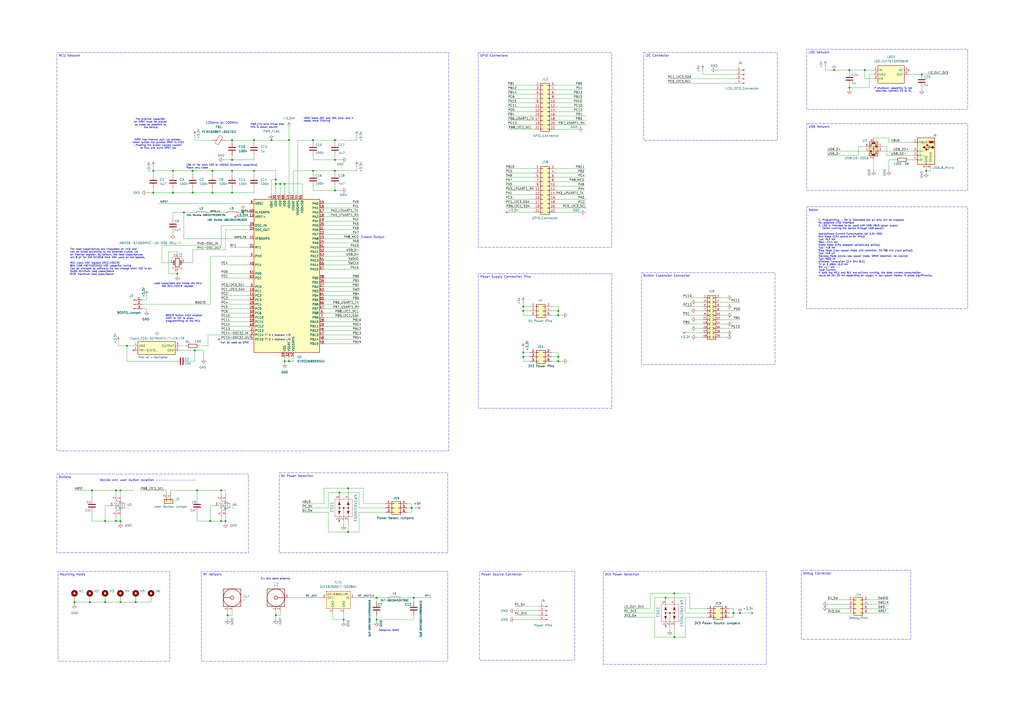
<source format=kicad_sch>
(kicad_sch (version 20231120) (generator "eeschema") (generator_version "8.0")
  (paper "A2")
  (title_block (title "STM32WB55RGVx Bleutooth Board") (date "2024-11-22") (rev "A") (company "Peter Hancak"))
  (junction (at 199.39 359.41))
  (junction (at 303.53 180.34))
  (junction (at 128.27 302.26))
  (junction (at 130.81 302.26))
  (junction (at 113.03 203.2))
  (junction (at 100.33 99.06))
  (junction (at 303.53 204.47))
  (junction (at 483.87 40.64))
  (junction (at 121.92 302.26))
  (junction (at 100.33 111.76))
  (junction (at 238.76 294.64))
  (junction (at 88.9 99.06))
  (junction (at 102.87 158.75))
  (junction (at 167.64 209.55))
  (junction (at 194.31 99.06))
  (junction (at 429.26 355.6))
  (junction (at 218.44 359.41))
  (junction (at 160.02 106.68))
  (junction (at 162.56 106.68))
  (junction (at 140.97 123.19))
  (junction (at 160.02 356.87))
  (junction (at 134.62 111.76))
  (junction (at 123.19 99.06))
  (junction (at 43.18 349.25))
  (junction (at 240.03 346.71))
  (junction (at 201.93 283.21))
  (junction (at 194.31 92.71))
  (junction (at 303.53 207.01))
  (junction (at 534.67 43.18))
  (junction (at 167.64 81.28))
  (junction (at 53.34 284.48))
  (junction (at 194.31 81.28))
  (junction (at 391.16 369.57))
  (junction (at 425.45 355.6))
  (junction (at 111.76 99.06))
  (junction (at 134.62 92.71))
  (junction (at 67.31 302.26))
  (junction (at 160.02 104.14))
  (junction (at 73.66 200.66))
  (junction (at 501.65 40.64))
  (junction (at 165.1 209.55))
  (junction (at 132.08 356.87))
  (junction (at 128.27 284.48))
  (junction (at 52.07 349.25))
  (junction (at 492.76 40.64))
  (junction (at 147.32 99.06))
  (junction (at 323.85 180.34))
  (junction (at 88.9 111.76))
  (junction (at 492.76 50.8))
  (junction (at 323.85 182.88))
  (junction (at 201.93 308.61))
  (junction (at 157.48 81.28))
  (junction (at 147.32 81.28))
  (junction (at 69.85 302.26))
  (junction (at 323.85 207.01))
  (junction (at 69.85 284.48))
  (junction (at 391.16 344.17))
  (junction (at 537.21 99.06))
  (junction (at 303.53 177.8))
  (junction (at 323.85 209.55))
  (junction (at 218.44 346.71))
  (junction (at 196.85 285.75))
  (junction (at 165.1 106.68))
  (junction (at 111.76 111.76))
  (junction (at 106.68 123.19))
  (junction (at 386.08 346.71))
  (junction (at 181.61 99.06))
  (junction (at 60.96 349.25))
  (junction (at 194.31 110.49))
  (junction (at 114.3 284.48))
  (junction (at 60.96 302.26))
  (junction (at 134.62 81.28))
  (junction (at 181.61 81.28))
  (junction (at 123.19 111.76))
  (junction (at 78.74 349.25))
  (junction (at 134.62 99.06))
  (junction (at 67.31 284.48))
  (junction (at 69.85 349.25))
  (no_connect (at 127 196.85))
  (no_connect (at 196.85 302.26))
  (no_connect (at 386.08 363.22))
  (no_connect (at 77.47 203.2))
  (wire (pts (xy 60.96 293.37) (xy 60.96 302.26)))
  (wire (pts (xy 128.27 176.53) (xy 144.78 176.53)))
  (wire (pts (xy 69.85 299.72) (xy 69.85 302.26)))
  (wire (pts (xy 130.81 284.48) (xy 130.81 287.02)))
  (wire (pts (xy 303.53 177.8) (xy 307.34 177.8)))
  (wire (pts (xy 187.96 176.53) (xy 208.28 176.53)))
  (wire (pts (xy 67.31 302.26) (xy 69.85 302.26)))
  (wire (pts (xy 167.64 81.28) (xy 167.64 113.03)))
  (wire (pts (xy 187.96 123.19) (xy 208.28 123.19)))
  (wire (pts (xy 170.18 209.55) (xy 170.18 207.01)))
  (wire (pts (xy 111.76 144.78) (xy 130.81 144.78)))
  (wire (pts (xy 121.92 302.26) (xy 128.27 302.26)))
  (wire (pts (xy 187.96 140.97) (xy 208.28 140.97)))
  (wire (pts (xy 194.31 110.49) (xy 198.12 110.49)))
  (wire (pts (xy 193.04 359.41) (xy 199.39 359.41)))
  (wire (pts (xy 187.96 130.81) (xy 208.28 130.81)))
  (wire (pts (xy 320.04 209.55) (xy 323.85 209.55)))
  (wire (pts (xy 128.27 158.75) (xy 144.78 158.75)))
  (wire (pts (xy 170.18 99.06) (xy 181.61 99.06)))
  (wire (pts (xy 91.44 118.11) (xy 144.78 118.11)))
  (wire (pts (xy 201.93 283.21) (xy 201.93 287.02)))
  (wire (pts (xy 67.31 299.72) (xy 67.31 302.26)))
  (wire (pts (xy 128.27 189.23) (xy 144.78 189.23)))
  (wire (pts (xy 511.81 85.09) (xy 514.35 85.09)))
  (wire (pts (xy 175.26 106.68) (xy 165.1 106.68)))
  (wire (pts (xy 504.19 350.52) (xy 515.62 350.52)))
  (wire (pts (xy 175.26 113.03) (xy 175.26 106.68)))
  (wire (pts (xy 492.76 50.8) (xy 492.76 52.07)))
  (wire (pts (xy 240.03 346.71) (xy 250.19 346.71)))
  (wire (pts (xy 162.56 106.68) (xy 162.56 113.03)))
  (wire (pts (xy 537.21 97.79) (xy 537.21 99.06)))
  (wire (pts (xy 527.05 43.18) (xy 534.67 43.18)))
  (wire (pts (xy 147.32 81.28) (xy 157.48 81.28)))
  (wire (pts (xy 88.9 96.52) (xy 88.9 99.06)))
  (wire (pts (xy 60.96 347.98) (xy 60.96 349.25)))
  (wire (pts (xy 170.18 99.06) (xy 170.18 113.03)))
  (wire (pts (xy 187.96 138.43) (xy 208.28 138.43)))
  (wire (pts (xy 121.92 148.59) (xy 144.78 148.59)))
  (wire (pts (xy 303.53 204.47) (xy 307.34 204.47)))
  (wire (pts (xy 397.51 355.6) (xy 410.21 355.6)))
  (wire (pts (xy 210.82 292.1) (xy 223.52 292.1)))
  (wire (pts (xy 96.52 285.75) (xy 96.52 284.48)))
  (wire (pts (xy 514.35 90.17) (xy 529.59 90.17)))
  (wire (pts (xy 140.97 121.92) (xy 140.97 123.19)))
  (wire (pts (xy 238.76 294.64) (xy 241.3 294.64)))
  (wire (pts (xy 303.53 209.55) (xy 303.53 207.01)))
  (wire (pts (xy 194.31 81.28) (xy 181.61 81.28)))
  (wire (pts (xy 293.37 113.03) (xy 309.88 113.03)))
  (wire (pts (xy 134.62 92.71) (xy 134.62 90.17)))
  (wire (pts (xy 73.66 200.66) (xy 73.66 209.55)))
  (wire (pts (xy 293.37 97.79) (xy 309.88 97.79)))
  (wire (pts (xy 106.68 152.4) (xy 111.76 152.4)))
  (wire (pts (xy 322.58 52.07) (xy 337.82 52.07)))
  (wire (pts (xy 320.04 182.88) (xy 323.85 182.88)))
  (wire (pts (xy 480.06 347.98) (xy 491.49 347.98)))
  (wire (pts (xy 294.64 72.39) (xy 309.88 72.39)))
  (wire (pts (xy 128.27 184.15) (xy 144.78 184.15)))
  (wire (pts (xy 295.91 123.19) (xy 309.88 123.19)))
  (wire (pts (xy 187.96 166.37) (xy 208.28 166.37)))
  (wire (pts (xy 187.96 292.1) (xy 187.96 283.21)))
  (wire (pts (xy 147.32 82.55) (xy 147.32 81.28)))
  (wire (pts (xy 422.91 358.14) (xy 425.45 358.14)))
  (wire (pts (xy 218.44 359.41) (xy 218.44 360.68)))
  (wire (pts (xy 323.85 209.55) (xy 323.85 207.01)))
  (wire (pts (xy 157.48 113.03) (xy 157.48 104.14)))
  (wire (pts (xy 172.72 81.28) (xy 181.61 81.28)))
  (wire (pts (xy 128.27 284.48) (xy 130.81 284.48)))
  (wire (pts (xy 187.96 118.11) (xy 208.28 118.11)))
  (wire (pts (xy 187.96 191.77) (xy 208.28 191.77)))
  (wire (pts (xy 160.02 106.68) (xy 160.02 113.03)))
  (wire (pts (xy 181.61 92.71) (xy 181.61 90.17)))
  (wire (pts (xy 478.79 40.64) (xy 483.87 40.64)))
  (wire (pts (xy 128.27 299.72) (xy 128.27 302.26)))
  (wire (pts (xy 386.08 346.71) (xy 386.08 347.98)))
  (wire (pts (xy 478.79 38.1) (xy 478.79 40.64)))
  (wire (pts (xy 82.55 179.07) (xy 85.09 179.07)))
  (wire (pts (xy 78.74 349.25) (xy 87.63 349.25)))
  (wire (pts (xy 322.58 72.39) (xy 340.36 72.39)))
  (wire (pts (xy 236.22 297.18) (xy 238.76 297.18)))
  (wire (pts (xy 501.65 40.64) (xy 506.73 40.64)))
  (wire (pts (xy 194.31 99.06) (xy 207.01 99.06)))
  (wire (pts (xy 167.64 209.55) (xy 167.64 207.01)))
  (wire (pts (xy 68.58 200.66) (xy 73.66 200.66)))
  (wire (pts (xy 504.19 347.98) (xy 515.62 347.98)))
  (wire (pts (xy 511.81 87.63) (xy 529.59 87.63)))
  (wire (pts (xy 113.03 203.2) (xy 113.03 209.55)))
  (wire (pts (xy 128.27 171.45) (xy 144.78 171.45)))
  (wire (pts (xy 320.04 207.01) (xy 323.85 207.01)))
  (wire (pts (xy 303.53 180.34) (xy 303.53 177.8)))
  (wire (pts (xy 100.33 109.22) (xy 100.33 111.76)))
  (wire (pts (xy 187.96 133.35) (xy 208.28 133.35)))
  (wire (pts (xy 52.07 349.25) (xy 43.18 349.25)))
  (wire (pts (xy 396.24 182.88) (xy 407.67 182.88)))
  (wire (pts (xy 322.58 54.61) (xy 337.82 54.61)))
  (wire (pts (xy 167.64 346.71) (xy 186.69 346.71)))
  (wire (pts (xy 118.11 203.2) (xy 113.03 203.2)))
  (wire (pts (xy 187.96 189.23) (xy 208.28 189.23)))
  (wire (pts (xy 294.64 49.53) (xy 309.88 49.53)))
  (wire (pts (xy 199.39 359.41) (xy 199.39 360.68)))
  (wire (pts (xy 208.28 308.61) (xy 208.28 297.18)))
  (wire (pts (xy 403.86 175.26) (xy 407.67 175.26)))
  (wire (pts (xy 425.45 355.6) (xy 429.26 355.6)))
  (wire (pts (xy 293.37 107.95) (xy 309.88 107.95)))
  (wire (pts (xy 99.06 284.48) (xy 99.06 285.75)))
  (wire (pts (xy 133.35 143.51) (xy 144.78 143.51)))
  (wire (pts (xy 134.62 111.76) (xy 123.19 111.76)))
  (wire (pts (xy 194.31 110.49) (xy 181.61 110.49)))
  (wire (pts (xy 236.22 292.1) (xy 238.76 292.1)))
  (wire (pts (xy 187.96 179.07) (xy 208.28 179.07)))
  (wire (pts (xy 194.31 81.28) (xy 207.01 81.28)))
  (wire (pts (xy 129.54 92.71) (xy 134.62 92.71)))
  (wire (pts (xy 309.88 64.77) (xy 294.64 64.77)))
  (wire (pts (xy 294.64 52.07) (xy 309.88 52.07)))
  (wire (pts (xy 128.27 161.29) (xy 144.78 161.29)))
  (wire (pts (xy 167.64 73.66) (xy 167.64 81.28)))
  (wire (pts (xy 294.64 54.61) (xy 309.88 54.61)))
  (wire (pts (xy 85.09 171.45) (xy 85.09 173.99)))
  (wire (pts (xy 160.02 106.68) (xy 162.56 106.68)))
  (wire (pts (xy 322.58 62.23) (xy 337.82 62.23)))
  (wire (pts (xy 238.76 292.1) (xy 238.76 294.64)))
  (wire (pts (xy 134.62 81.28) (xy 134.62 82.55)))
  (wire (pts (xy 113.03 81.28) (xy 113.03 78.74)))
  (wire (pts (xy 187.96 283.21) (xy 201.93 283.21)))
  (wire (pts (xy 88.9 111.76) (xy 88.9 109.22)))
  (wire (pts (xy 480.06 355.6) (xy 491.49 355.6)))
  (wire (pts (xy 175.26 294.64) (xy 190.5 294.64)))
  (wire (pts (xy 194.31 92.71) (xy 198.12 92.71)))
  (wire (pts (xy 138.43 123.19) (xy 140.97 123.19)))
  (wire (pts (xy 309.88 62.23) (xy 294.64 62.23)))
  (wire (pts (xy 69.85 284.48) (xy 77.47 284.48)))
  (wire (pts (xy 425.45 358.14) (xy 425.45 355.6)))
  (wire (pts (xy 106.68 123.19) (xy 100.33 123.19)))
  (wire (pts (xy 361.95 353.06) (xy 377.19 353.06)))
  (wire (pts (xy 388.62 363.22) (xy 388.62 365.76)))
  (wire (pts (xy 172.72 113.03) (xy 172.72 81.28)))
  (wire (pts (xy 322.58 120.65) (xy 340.36 120.65)))
  (wire (pts (xy 82.55 176.53) (xy 121.92 176.53)))
  (wire (pts (xy 97.79 158.75) (xy 102.87 158.75)))
  (wire (pts (xy 128.27 181.61) (xy 144.78 181.61)))
  (wire (pts (xy 515.62 82.55) (xy 529.59 82.55)))
  (wire (pts (xy 422.91 353.06) (xy 425.45 353.06)))
  (wire (pts (xy 134.62 111.76) (xy 147.32 111.76)))
  (wire (pts (xy 128.27 179.07) (xy 144.78 179.07)))
  (wire (pts (xy 147.32 99.06) (xy 147.32 101.6)))
  (wire (pts (xy 240.03 359.41) (xy 218.44 359.41)))
  (wire (pts (xy 134.62 356.87) (xy 132.08 356.87)))
  (wire (pts (xy 377.19 353.06) (xy 377.19 344.17)))
  (wire (pts (xy 60.96 349.25) (xy 52.07 349.25)))
  (wire (pts (xy 132.08 356.87) (xy 132.08 359.41)))
  (wire (pts (xy 187.96 148.59) (xy 208.28 148.59)))
  (wire (pts (xy 147.32 92.71) (xy 134.62 92.71)))
  (wire (pts (xy 208.28 294.64) (xy 223.52 294.64)))
  (wire (pts (xy 196.85 285.75) (xy 196.85 287.02)))
  (wire (pts (xy 187.96 143.51) (xy 208.28 143.51)))
  (wire (pts (xy 483.87 40.64) (xy 492.76 40.64)))
  (wire (pts (xy 67.31 284.48) (xy 67.31 287.02)))
  (wire (pts (xy 480.06 350.52) (xy 491.49 350.52)))
  (wire (pts (xy 515.62 80.01) (xy 515.62 82.55)))
  (wire (pts (xy 397.51 346.71) (xy 397.51 355.6)))
  (wire (pts (xy 322.58 102.87) (xy 339.09 102.87)))
  (wire (pts (xy 114.3 284.48) (xy 128.27 284.48)))
  (wire (pts (xy 400.05 344.17) (xy 400.05 353.06)))
  (wire (pts (xy 534.67 50.8) (xy 534.67 52.07)))
  (wire (pts (xy 396.24 177.8) (xy 407.67 177.8)))
  (wire (pts (xy 52.07 347.98) (xy 52.07 349.25)))
  (wire (pts (xy 320.04 180.34) (xy 323.85 180.34)))
  (wire (pts (xy 194.31 100.33) (xy 194.31 99.06)))
  (wire (pts (xy 387.35 48.26) (xy 426.72 48.26)))
  (wire (pts (xy 118.11 208.28) (xy 118.11 203.2)))
  (wire (pts (xy 337.82 59.69) (xy 322.58 59.69)))
  (wire (pts (xy 134.62 99.06) (xy 134.62 101.6)))
  (wire (pts (xy 187.96 184.15) (xy 208.28 184.15)))
  (wire (pts (xy 238.76 297.18) (xy 238.76 294.64)))
  (wire (pts (xy 128.27 168.91) (xy 144.78 168.91)))
  (wire (pts (xy 69.85 284.48) (xy 69.85 287.02)))
  (wire (pts (xy 403.86 190.5) (xy 407.67 190.5)))
  (wire (pts (xy 298.45 359.41) (xy 312.42 359.41)))
  (wire (pts (xy 303.53 207.01) (xy 303.53 204.47)))
  (wire (pts (xy 69.85 349.25) (xy 78.74 349.25)))
  (wire (pts (xy 187.96 194.31) (xy 208.28 194.31)))
  (wire (pts (xy 199.39 302.26) (xy 199.39 304.8)))
  (wire (pts (xy 99.06 284.48) (xy 114.3 284.48)))
  (wire (pts (xy 501.65 45.72) (xy 501.65 40.64)))
  (wire (pts (xy 293.37 105.41) (xy 309.88 105.41)))
  (wire (pts (xy 379.73 355.6) (xy 379.73 346.71)))
  (wire (pts (xy 53.34 297.18) (xy 53.34 302.26)))
  (wire (pts (xy 218.44 346.71) (xy 205.74 346.71)))
  (wire (pts (xy 403.86 180.34) (xy 407.67 180.34)))
  (wire (pts (xy 190.5 308.61) (xy 201.93 308.61)))
  (wire (pts (xy 111.76 99.06) (xy 123.19 99.06)))
  (wire (pts (xy 497.84 85.09) (xy 501.65 85.09)))
  (wire (pts (xy 400.05 353.06) (xy 410.21 353.06)))
  (wire (pts (xy 134.62 81.28) (xy 147.32 81.28)))
  (wire (pts (xy 100.33 123.19) (xy 100.33 127)))
  (wire (pts (xy 218.44 356.87) (xy 218.44 359.41)))
  (wire (pts (xy 506.73 80.01) (xy 515.62 80.01)))
  (wire (pts (xy 322.58 105.41) (xy 339.09 105.41)))
  (wire (pts (xy 190.5 297.18) (xy 190.5 308.61)))
  (wire (pts (xy 53.34 284.48) (xy 53.34 289.56)))
  (wire (pts (xy 187.96 125.73) (xy 208.28 125.73)))
  (wire (pts (xy 53.34 302.26) (xy 60.96 302.26)))
  (wire (pts (xy 497.84 90.17) (xy 480.06 90.17)))
  (wire (pts (xy 322.58 113.03) (xy 339.09 113.03)))
  (wire (pts (xy 379.73 369.57) (xy 391.16 369.57)))
  (wire (pts (xy 187.96 181.61) (xy 208.28 181.61)))
  (wire (pts (xy 82.55 173.99) (xy 85.09 173.99)))
  (wire (pts (xy 515.62 92.71) (xy 515.62 99.06)))
  (wire (pts (xy 322.58 123.19) (xy 336.55 123.19)))
  (wire (pts (xy 232.41 346.71) (xy 240.03 346.71)))
  (wire (pts (xy 303.53 177.8) (xy 303.53 175.26)))
  (wire (pts (xy 68.58 198.12) (xy 68.58 200.66)))
  (wire (pts (xy 224.79 346.71) (xy 218.44 346.71)))
  (wire (pts (xy 396.24 187.96) (xy 407.67 187.96)))
  (wire (pts (xy 100.33 111.76) (xy 111.76 111.76)))
  (wire (pts (xy 322.58 67.31) (xy 340.36 67.31)))
  (wire (pts (xy 391.16 344.17) (xy 391.16 347.98)))
  (wire (pts (xy 293.37 102.87) (xy 309.88 102.87)))
  (wire (pts (xy 121.92 176.53) (xy 121.92 148.59)))
  (wire (pts (xy 121.92 293.37) (xy 121.92 302.26)))
  (wire (pts (xy 303.53 180.34) (xy 307.34 180.34)))
  (wire (pts (xy 187.96 173.99) (xy 208.28 173.99)))
  (wire (pts (xy 506.73 43.18) (xy 504.19 43.18)))
  (wire (pts (xy 386.08 346.71) (xy 397.51 346.71)))
  (wire (pts (xy 201.93 302.26) (xy 201.93 308.61)))
  (wire (pts (xy 187.96 156.21) (xy 208.28 156.21)))
  (wire (pts (xy 492.76 40.64) (xy 501.65 40.64)))
  (wire (pts (xy 326.39 209.55) (xy 323.85 209.55)))
  (wire (pts (xy 199.39 355.6) (xy 199.39 359.41)))
  (wire (pts (xy 527.05 92.71) (xy 529.59 92.71)))
  (wire (pts (xy 114.3 297.18) (xy 114.3 302.26)))
  (wire (pts (xy 69.85 349.25) (xy 60.96 349.25)))
  (wire (pts (xy 187.96 196.85) (xy 208.28 196.85)))
  (wire (pts (xy 124.46 293.37) (xy 121.92 293.37)))
  (wire (pts (xy 104.14 200.66) (xy 107.95 200.66)))
  (wire (pts (xy 130.81 299.72) (xy 130.81 302.26)))
  (wire (pts (xy 361.95 355.6) (xy 379.73 355.6)))
  (wire (pts (xy 322.58 74.93) (xy 335.28 74.93)))
  (wire (pts (xy 421.64 195.58) (xy 417.83 195.58)))
  (wire (pts (xy 130.81 81.28) (xy 134.62 81.28)))
  (wire (pts (xy 100.33 134.62) (xy 100.33 135.89)))
  (wire (pts (xy 294.64 74.93) (xy 309.88 74.93)))
  (wire (pts (xy 123.19 109.22) (xy 123.19 111.76)))
  (wire (pts (xy 120.65 123.19) (xy 130.81 123.19)))
  (wire (pts (xy 504.19 43.18) (xy 504.19 50.8)))
  (wire (pts (xy 106.68 123.19) (xy 113.03 123.19)))
  (wire (pts (xy 240.03 356.87) (xy 240.03 359.41)))
  (wire (pts (xy 128.27 153.67) (xy 144.78 153.67)))
  (wire (pts (xy 361.95 358.14) (xy 379.73 358.14)))
  (wire (pts (xy 322.58 100.33) (xy 339.09 100.33)))
  (wire (pts (xy 322.58 97.79) (xy 339.09 97.79)))
  (wire (pts (xy 426.72 40.64) (xy 415.29 40.64)))
  (wire (pts (xy 88.9 111.76) (xy 100.33 111.76)))
  (wire (pts (xy 379.73 346.71) (xy 386.08 346.71)))
  (wire (pts (xy 480.06 353.06) (xy 491.49 353.06)))
  (wire (pts (xy 102.87 158.75) (xy 102.87 160.02)))
  (wire (pts (xy 69.85 303.53) (xy 69.85 302.26)))
  (wire (pts (xy 53.34 284.48) (xy 67.31 284.48)))
  (wire (pts (xy 307.34 182.88) (xy 303.53 182.88)))
  (wire (pts (xy 181.61 81.28) (xy 181.61 82.55)))
  (wire (pts (xy 492.76 49.53) (xy 492.76 50.8)))
  (wire (pts (xy 128.27 166.37) (xy 144.78 166.37)))
  (wire (pts (xy 187.96 153.67) (xy 208.28 153.67)))
  (wire (pts (xy 201.93 283.21) (xy 210.82 283.21)))
  (wire (pts (xy 421.64 177.8) (xy 417.83 177.8)))
  (wire (pts (xy 123.19 99.06) (xy 123.19 101.6)))
  (wire (pts (xy 187.96 199.39) (xy 208.28 199.39)))
  (wire (pts (xy 506.73 92.71) (xy 506.73 99.06)))
  (wire (pts (xy 421.64 172.72) (xy 417.83 172.72)))
  (wire (pts (xy 111.76 99.06) (xy 111.76 101.6)))
  (wire (pts (xy 128.27 186.69) (xy 144.78 186.69)))
  (wire (pts (xy 322.58 49.53) (xy 337.82 49.53)))
  (wire (pts (xy 322.58 57.15) (xy 337.82 57.15)))
  (wire (pts (xy 422.91 355.6) (xy 425.45 355.6)))
  (wire (pts (xy 187.96 120.65) (xy 208.28 120.65)))
  (wire (pts (xy 323.85 182.88) (xy 323.85 180.34)))
  (wire (pts (xy 218.44 346.71) (xy 218.44 349.25)))
  (wire (pts (xy 147.32 99.06) (xy 160.02 99.06)))
  (wire (pts (xy 102.87 146.05) (xy 97.79 146.05)))
  (wire (pts (xy 403.86 185.42) (xy 407.67 185.42)))
  (wire (pts (xy 194.31 92.71) (xy 181.61 92.71)))
  (wire (pts (xy 208.28 285.75) (xy 208.28 294.64)))
  (wire (pts (xy 134.62 109.22) (xy 134.62 111.76)))
  (wire (pts (xy 181.61 110.49) (xy 181.61 107.95)))
  (wire (pts (xy 417.83 175.26) (xy 429.26 175.26)))
  (wire (pts (xy 337.82 64.77) (xy 322.58 64.77)))
  (wire (pts (xy 519.43 92.71) (xy 515.62 92.71)))
  (wire (pts (xy 539.75 99.06) (xy 537.21 99.06)))
  (wire (pts (xy 320.04 177.8) (xy 323.85 177.8)))
  (wire (pts (xy 298.45 351.79) (xy 312.42 351.79)))
  (wire (pts (xy 298.45 356.87) (xy 312.42 356.87)))
  (wire (pts (xy 106.68 123.19) (xy 106.68 138.43)))
  (wire (pts (xy 417.83 180.34) (xy 429.26 180.34)))
  (wire (pts (xy 208.28 297.18) (xy 223.52 297.18)))
  (wire (pts (xy 181.61 99.06) (xy 181.61 100.33)))
  (wire (pts (xy 506.73 45.72) (xy 501.65 45.72)))
  (wire (pts (xy 504.19 353.06) (xy 515.62 353.06)))
  (wire (pts (xy 207.01 78.74) (xy 207.01 81.28)))
  (wire (pts (xy 128.27 173.99) (xy 144.78 173.99)))
  (wire (pts (xy 421.64 187.96) (xy 417.83 187.96)))
  (wire (pts (xy 504.19 355.6) (xy 515.62 355.6)))
  (wire (pts (xy 187.96 171.45) (xy 208.28 171.45)))
  (wire (pts (xy 134.62 354.33) (xy 134.62 356.87)))
  (wire (pts (xy 165.1 106.68) (xy 165.1 113.03)))
  (wire (pts (xy 293.37 110.49) (xy 309.88 110.49)))
  (wire (pts (xy 88.9 99.06) (xy 88.9 101.6)))
  (wire (pts (xy 123.19 81.28) (xy 113.03 81.28)))
  (wire (pts (xy 100.33 99.06) (xy 100.33 101.6)))
  (wire (pts (xy 391.16 363.22) (xy 391.16 369.57)))
  (wire (pts (xy 43.18 349.25) (xy 43.18 350.52)))
  (wire (pts (xy 397.51 369.57) (xy 397.51 358.14)))
  (wire (pts (xy 128.27 302.26) (xy 130.81 302.26)))
  (wire (pts (xy 537.21 99.06) (xy 537.21 100.33)))
  (wire (pts (xy 113.03 209.55) (xy 109.22 209.55)))
  (wire (pts (xy 307.34 209.55) (xy 303.53 209.55)))
  (wire (pts (xy 115.57 200.66) (xy 120.65 200.66)))
  (wire (pts (xy 102.87 147.32) (xy 102.87 146.05)))
  (wire (pts (xy 162.56 356.87) (xy 160.02 356.87)))
  (wire (pts (xy 421.64 182.88) (xy 417.83 182.88)))
  (wire (pts (xy 167.64 209.55) (xy 170.18 209.55)))
  (wire (pts (xy 111.76 109.22) (xy 111.76 111.76)))
  (wire (pts (xy 294.64 69.85) (xy 309.88 69.85)))
  (wire (pts (xy 397.51 358.14) (xy 410.21 358.14)))
  (wire (pts (xy 201.93 308.61) (xy 208.28 308.61)))
  (wire (pts (xy 322.58 110.49) (xy 339.09 110.49)))
  (wire (pts (xy 391.16 344.17) (xy 400.05 344.17)))
  (wire (pts (xy 293.37 115.57) (xy 309.88 115.57)))
  (wire (pts (xy 293.37 118.11) (xy 309.88 118.11)))
  (wire (pts (xy 187.96 146.05) (xy 208.28 146.05)))
  (wire (pts (xy 190.5 294.64) (xy 190.5 285.75)))
  (wire (pts (xy 147.32 99.06) (xy 134.62 99.06)))
  (wire (pts (xy 187.96 128.27) (xy 208.28 128.27)))
  (wire (pts (xy 210.82 283.21) (xy 210.82 292.1)))
  (wire (pts (xy 294.64 67.31) (xy 309.88 67.31)))
  (wire (pts (xy 132.08 354.33) (xy 132.08 356.87)))
  (wire (pts (xy 160.02 356.87) (xy 160.02 359.41)))
  (wire (pts (xy 322.58 69.85) (xy 340.36 69.85)))
  (wire (pts (xy 326.39 182.88) (xy 323.85 182.88)))
  (wire (pts (xy 425.45 353.06) (xy 425.45 355.6)))
  (wire (pts (xy 407.67 40.64) (xy 407.67 43.18)))
  (wire (pts (xy 123.19 111.76) (xy 111.76 111.76)))
  (wire (pts (xy 160.02 104.14) (xy 160.02 106.68)))
  (wire (pts (xy 193.04 355.6) (xy 193.04 359.41)))
  (wire (pts (xy 421.64 193.04) (xy 417.83 193.04)))
  (wire (pts (xy 120.65 200.66) (xy 120.65 194.31)))
  (wire (pts (xy 130.81 303.53) (xy 130.81 302.26)))
  (wire (pts (xy 196.85 285.75) (xy 208.28 285.75)))
  (wire (pts (xy 303.53 182.88) (xy 303.53 180.34)))
  (wire (pts (xy 147.32 90.17) (xy 147.32 92.71)))
  (wire (pts (xy 130.81 133.35) (xy 144.78 133.35)))
  (wire (pts (xy 111.76 152.4) (xy 111.76 144.78)))
  (wire (pts (xy 187.96 163.83) (xy 208.28 163.83)))
  (wire (pts (xy 157.48 104.14) (xy 160.02 104.14)))
  (wire (pts (xy 43.18 347.98) (xy 43.18 349.25)))
  (wire (pts (xy 97.79 146.05) (xy 97.79 158.75)))
  (wire (pts (xy 293.37 100.33) (xy 309.88 100.33)))
  (wire (pts (xy 85.09 179.07) (xy 85.09 180.34)))
  (wire (pts (xy 309.88 59.69) (xy 294.64 59.69)))
  (wire (pts (xy 187.96 151.13) (xy 208.28 151.13)))
  (wire (pts (xy 322.58 107.95) (xy 339.09 107.95)))
  (wire (pts (xy 323.85 207.01) (xy 323.85 204.47)))
  (wire (pts (xy 165.1 209.55) (xy 167.64 209.55)))
  (wire (pts (xy 160.02 99.06) (xy 160.02 104.14)))
  (wire (pts (xy 207.01 96.52) (xy 207.01 99.06)))
  (wire (pts (xy 67.31 284.48) (xy 69.85 284.48)))
  (wire (pts (xy 187.96 186.69) (xy 208.28 186.69)))
  (wire (pts (xy 187.96 161.29) (xy 208.28 161.29)))
  (wire (pts (xy 165.1 209.55) (xy 165.1 210.82)))
  (wire (pts (xy 85.09 111.76) (xy 88.9 111.76)))
  (wire (pts (xy 87.63 349.25) (xy 87.63 347.98)))
  (wire (pts (xy 165.1 207.01) (xy 165.1 209.55)))
  (wire (pts (xy 504.19 50.8) (xy 492.76 50.8)))
  (wire (pts (xy 387.35 45.72) (xy 426.72 45.72)))
  (wire (pts (xy 175.26 297.18) (xy 190.5 297.18)))
  (wire (pts (xy 140.97 123.19) (xy 144.78 123.19)))
  (wire (pts (xy 144.78 130.81) (xy 128.27 130.81)))
  (wire (pts (xy 303.53 204.47) (xy 303.53 201.93)))
  (wire (pts (xy 93.98 152.4) (xy 99.06 152.4)))
  (wire (pts (xy 322.58 115.57) (xy 340.36 115.57)))
  (wire (pts (xy 104.14 203.2) (xy 113.03 203.2)))
  (wire (pts (xy 187.96 135.89) (xy 208.28 135.89)))
  (wire (pts (xy 162.56 106.68) (xy 165.1 106.68)))
  (wire (pts (xy 78.74 347.98) (xy 78.74 349.25)))
  (wire (pts (xy 534.67 43.18) (xy 549.91 43.18)))
  (wire (pts (xy 298.45 354.33) (xy 312.42 354.33)))
  (wire (pts (xy 403.86 195.58) (xy 407.67 195.58)))
  (wire (pts (xy 162.56 354.33) (xy 162.56 356.87)))
  (wire (pts (xy 194.31 82.55) (xy 194.31 81.28)))
  (wire (pts (xy 138.43 125.73) (xy 144.78 125.73)))
  (wire (pts (xy 144.78 196.85) (xy 127 196.85)))
  (wire (pts (xy 398.78 193.04) (xy 407.67 193.04)))
  (wire (pts (xy 130.81 144.78) (xy 130.81 133.35)))
  (wire (pts (xy 106.68 138.43) (xy 144.78 138.43)))
  (wire (pts (xy 160.02 354.33) (xy 160.02 356.87)))
  (wire (pts (xy 102.87 158.75) (xy 102.87 157.48)))
  (wire (pts (xy 147.32 109.22) (xy 147.32 111.76)))
  (wire (pts (xy 93.98 142.24) (xy 93.98 152.4)))
  (wire (pts (xy 100.33 99.06) (xy 111.76 99.06)))
  (wire (pts (xy 492.76 40.64) (xy 492.76 41.91)))
  (wire (pts (xy 128.27 191.77) (xy 144.78 191.77)))
  (wire (pts (xy 194.31 90.17) (xy 194.31 92.71)))
  (wire (pts (xy 194.31 99.06) (xy 181.61 99.06)))
  (wire (pts (xy 539.75 97.79) (xy 539.75 99.06)))
  (wire (pts (xy 322.58 118.11) (xy 340.36 118.11)))
  (wire (pts (xy 240.03 346.71) (xy 240.03 349.25)))
  (wire (pts (xy 187.96 168.91) (xy 208.28 168.91)))
  (wire (pts (xy 514.35 85.09) (xy 514.35 90.17)))
  (wire (pts (xy 73.66 200.66) (xy 77.47 200.66)))
  (wire (pts (xy 190.5 285.75) (xy 196.85 285.75)))
  (wire (pts (xy 93.98 142.24) (xy 128.27 142.24)))
  (wire (pts (xy 379.73 358.14) (xy 379.73 369.57)))
  (wire (pts (xy 194.31 107.95) (xy 194.31 110.49)))
  (wire (pts (xy 236.22 294.64) (xy 238.76 294.64)))
  (wire (pts (xy 175.26 292.1) (xy 187.96 292.1)))
  (wire (pts (xy 60.96 302.26) (xy 67.31 302.26)))
  (wire (pts (xy 120.65 194.31) (xy 144.78 194.31)))
  (wire (pts (xy 81.28 284.48) (xy 96.52 284.48)))
  (wire (pts (xy 114.3 302.26) (xy 121.92 302.26)))
  (wire (pts (xy 293.37 120.65) (xy 309.88 120.65)))
  (wire (pts (xy 320.04 204.47) (xy 323.85 204.47)))
  (wire (pts (xy 63.5 293.37) (xy 60.96 293.37)))
  (wire (pts (xy 114.3 284.48) (xy 114.3 289.56)))
  (wire (pts (xy 417.83 185.42) (xy 429.26 185.42)))
  (wire (pts (xy 407.67 43.18) (xy 426.72 43.18)))
  (wire (pts (xy 43.18 284.48) (xy 53.34 284.48)))
  (wire (pts (xy 69.85 347.98) (xy 69.85 349.25)))
  (wire (pts (xy 396.24 172.72) (xy 407.67 172.72)))
  (wire (pts (xy 88.9 99.06) (xy 100.33 99.06)))
  (wire (pts (xy 157.48 81.28) (xy 167.64 81.28)))
  (wire (pts (xy 497.84 90.17) (xy 497.84 85.09)))
  (wire (pts (xy 73.66 209.55) (xy 101.6 209.55)))
  (wire (pts (xy 429.26 355.6) (xy 434.34 355.6)))
  (wire (pts (xy 323.85 180.34) (xy 323.85 177.8)))
  (wire (pts (xy 377.19 344.17) (xy 391.16 344.17)))
  (wire (pts (xy 128.27 284.48) (xy 128.27 287.02)))
  (wire (pts (xy 309.88 57.15) (xy 294.64 57.15)))
  (wire (pts (xy 391.16 369.57) (xy 397.51 369.57)))
  (wire (pts (xy 417.83 190.5) (xy 429.26 190.5)))
  (wire (pts (xy 303.53 207.01) (xy 307.34 207.01)))
  (wire (pts (xy 123.19 99.06) (xy 134.62 99.06)))
  (wire (pts (xy 128.27 130.81) (xy 128.27 142.24)))
  (wire (pts (xy 480.06 87.63) (xy 501.65 87.63)))
  (text_box "3V3 Power Selection" (at 349.885 331.47 0) (size 94.615 53.975) (stroke (width 0) (type dash)) (effects (font (size 1.27 1.27)) (justify left top)))
  (text_box "RF Network" (at 116.84 331.47 0) (size 142.875 52.07) (stroke (width 0) (type dash)) (effects (font (size 1.27 1.27)) (justify left top)))
  (text_box "USB Network" (at 467.995 71.755 0) (size 93.345 38.735) (stroke (width 0) (type dash)) (effects (font (size 1.27 1.27)) (justify left top)))
  (text_box "Button Expansion Connector" (at 372.11 158.115 0) (size 77.47 53.34) (stroke (width 0) (type dash)) (effects (font (size 1.27 1.27)) (justify left top)))
  (text_box "Mounting Holes" (at 33.655 331.47 0) (size 64.77 52.07) (stroke (width 0) (type dash)) (effects (font (size 1.27 1.27)) (justify left top)))
  (text_box "Debug Connector" (at 464.82 330.835 0) (size 63.5 40.005) (stroke (width 0) (type dash)) (effects (font (size 1.27 1.27)) (justify left top)))
  (text_box "5V Power Selection" (at 161.925 274.32 0) (size 97.79 46.355) (stroke (width 0) (type dash)) (effects (font (size 1.27 1.27)) (justify left top)))
  (text_box "MCU Network" (at 33.02 30.48 0) (size 227.33 231.14) (stroke (width 0) (type dash)) (effects (font (size 1.27 1.27)) (justify left top)))
  (text_box "Notes" (at 467.995 120.015 0) (size 93.345 59.055) (stroke (width 0) (type dash)) (effects (font (size 1.27 1.27)) (justify left top)))
  (text_box "Power Source Connector\n\n" (at 278.13 331.47 0) (size 55.245 51.435) (stroke (width 0) (type dash)) (effects (font (size 1.27 1.27)) (justify left top)))
  (text_box "I2C Connector\n" (at 373.38 30.48 0) (size 77.47 50.8) (stroke (width 0) (type dash)) (effects (font (size 1.27 1.27)) (justify left top)))
  (text_box "GPIO Connectors\n" (at 277.495 30.48 0) (size 77.47 113.03) (stroke (width 0) (type dash)) (effects (font (size 1.27 1.27)) (justify left top)))
  (text_box "Power Supply Connection Pins" (at 277.495 158.75 0) (size 77.47 78.105) (stroke (width 0) (type dash)) (effects (font (size 1.27 1.27)) (justify left top)))
  (text_box "LDO Network" (at 467.995 28.575 0) (size 93.345 34.925) (stroke (width 0) (type dash)) (effects (font (size 1.27 1.27)) (justify left top)))
  (text_box "Buttons" (at 33.02 274.955 0) (size 111.125 45.72) (stroke (width 0) (type dash)) (effects (font (size 1.27 1.27)) (justify left top)))
  (text "PWR_FLG tells KiCad that\nthis is power source" (at 145.288 74.422 0) (effects (font (size 1 1)) (justify left bottom)))
  (text "100 nF for each VDD or VDDIO2 (Ceramic capacitors)\nPlace very close" (at 107.95 98.044 0) (effects (font (size 1 1)) (justify left bottom)))
  (text "Footprint: 0402" (at 225.552 365.76 0) (effects (font (size 1 1))))
  (text "Decide onn user button location ---------------" (at 85.852 278.638 0) (effects (font (size 1.27 1.27))))
  (text "PIN1 NC = Oscillation" (at 80.264 207.518 0) (effects (font (size 1 1) (thickness 0.125)) (justify left)))
  (text "Cloock Output" (at 216.154 137.668 0) (effects (font (size 1.27 1.27))))
  (text "1. Programming - SW is inteneded but all pins will be exposed \nfor possible JTAG interface\n2. LDO is intended to be used with USB VBUS power supply\n   (When running the device through USB power)\n\nApproximate Current Consumption (at 3.3V VDD)\nRun Mode (CPU active at 64 MHz):\nTyp: ~9.2 mA\nMax: ~14.4 mA\nSleep Mode (CPU stopped, peripherals active):\nTyp: ~4.8 mA\nStop Mode (Low-power mode with retention, 32.768 kHz clock active):\nTyp: ~3.8 µA\nStandby Mode (Ultra-low-power mode, SRAM retention, no clocks):\nTyp: ~600 nA\nWireless Transceiver (2.4 GHz BLE)\nTX at 0 dBm: ~5.3 mA\nRX: ~4.7 mA\nTotal Current\nIf both the MCU and BLE are actively running, the total current consumption \ncould be 20-25 mA depending on usage. In low-power modes, it drops significantly." (at 474.726 143.891 0) (effects (font (size 1 1)) (justify left)))
  (text "2.4 GHz band antenna" (at 159.766 335.788 0) (effects (font (size 1 1))))
  (text "FT 5 V tolerant I/O" (at 161.036 197.104 0) (effects (font (size 1 1))))
  (text "VDDA feeds ADC and DAC pins, and it\nneeds more filtering" (at 176.022 70.866 0) (effects (font (size 1 1)) (justify left bottom)))
  (text "FT 5 V tolerant I/O" (at 161.036 194.564 0) (effects (font (size 1 1))))
  (text "NRST has internal pull-up resistor\n-When button not pushed NRST is HIGH\n-Pushing the button causes current\n to flow and pulls NRST low" (at 91.44 83.566 0) (effects (font (size 1 1))))
  (text "BOOT0 Switch HIGH enables \nUART or I2C to allow\nprogramminng of the MCU" (at 96.012 186.944 0) (effects (font (size 1 1)) (justify left bottom)))
  (text "The external capacitor \non NRST must be placed \nas close as possible to \nthe device." (at 87.63 71.628 0) (effects (font (size 1 1))))
  (text "Can be used as GPIO" (at 136.144 198.882 0) (effects (font (size 1 1))))
  (text "The load capacitances are integrated on chip and \ncan be tuned according to the selected crystal via \nan internal register. By default, the load capacitances \nare 8 pF for the NX2016 from NDK used on the boards.\n\nRCC clock HSE register (RCC_HSECR)\nBits 13:8 HSETUNE[5:0]: HSE capacitor tuning\nCan be changed by software. Do not change when HSE is on.\n0x00: minimum load capacitance\n0x3F maximum load capacitance" (at 40.64 151.892 0) (effects (font (size 1 1)) (justify left)))
  (text "If shutdown capability is not \nrequired, connect EN to IN." (at 518.414 52.07 0) (effects (font (size 1 1))))
  (text "Load Capacitors are inside the MCU\nSet RCC_HSECR register" (at 103.124 165.354 0) (effects (font (size 1 1))))
  (text "120ohm at 100MHz" (at 119.126 72.136 0) (effects (font (size 1.27 1.27)) (justify left bottom)))
  (label "PA2_LPUART1_TX" (at 322.58 113.03 0))
  (label "NRST" (at 509.27 355.6 0))
  (label "PA8_MCO" (at 330.2 105.41 0))
  (label "PA7" (at 204.47 135.89 0))
  (label "PA4" (at 204.47 128.27 0))
  (label "SMPS_LX" (at 139.7 123.19 0) (effects (font (size 1 1))))
  (label "3V3_SW" (at 361.95 358.14 0))
  (label "SWDIO" (at 509.27 347.98 0))
  (label "PA6" (at 204.47 133.35 0))
  (label "PC11" (at 128.27 186.69 0))
  (label "PH0-OSC_IN" (at 114.3 142.24 0))
  (label "PA8_MCO" (at 199.39 138.43 0))
  (label "PC12" (at 128.27 189.23 0))
  (label "PB8_I2C1_SCL" (at 95.25 284.48 180))
  (label "RF1" (at 246.38 346.71 0))
  (label "PA1" (at 293.37 113.03 0))
  (label "SWO" (at 509.27 353.06 0))
  (label "PC15-OSC32_OUT" (at 128.27 196.85 0))
  (label "RF_MATCH" (at 217.17 346.71 180))
  (label "PA15" (at 294.64 59.69 0))
  (label "PB2" (at 204.47 166.37 0))
  (label "SWDIO" (at 201.93 151.13 0))
  (label "PB1" (at 204.47 163.83 0))
  (label "SWCLK" (at 201.93 153.67 0))
  (label "PB0" (at 204.47 161.29 0))
  (label "PD0" (at 128.27 158.75 0))
  (label "PC0_I2C3_SCL" (at 326.39 120.65 0))
  (label "PB10" (at 298.45 97.79 180))
  (label "PC6" (at 128.27 181.61 0))
  (label "PA9" (at 204.47 140.97 0))
  (label "PB6_USART1_TX" (at 294.64 69.85 0))
  (label "PB5" (at 400.05 187.96 180))
  (label "PC10" (at 332.74 62.23 0))
  (label "PC5" (at 128.27 179.07 0))
  (label "PC_3V3" (at 298.45 356.87 0))
  (label "PD1" (at 334.01 67.31 0))
  (label "PC1_I2C3_SDA" (at 293.37 118.11 0))
  (label "VBUS" (at 175.26 292.1 0))
  (label "LD_OUT_3V3" (at 361.95 353.06 0))
  (label "PA3_LPUART1_RX" (at 293.37 110.49 0))
  (label "PB14" (at 204.47 196.85 0))
  (label "PC13" (at 294.64 72.39 0))
  (label "PB11" (at 339.09 97.79 180))
  (label "5V_SW" (at 175.26 297.18 0))
  (label "PD1" (at 400.05 182.88 180))
  (label "PB14" (at 299.72 54.61 180))
  (label "PC12" (at 332.74 64.77 0))
  (label "PA9" (at 293.37 102.87 0))
  (label "PC2" (at 128.27 171.45 0))
  (label "USB_D-" (at 480.06 90.17 0))
  (label "USB_D+" (at 200.66 148.59 0))
  (label "PA3_LPUART1_RX" (at 191.77 125.73 0))
  (label "PB2" (at 339.09 100.33 180))
  (label "PB12" (at 204.47 191.77 0))
  (label "PC_5V" (at 298.45 351.79 0))
  (label "PE4" (at 128.27 153.67 0))
  (label "PC10" (at 401.32 172.72 180))
  (label "3V3_SW" (at 480.06 355.6 0))
  (label "PA1" (at 204.47 120.65 0))
  (label "USB_D+" (at 480.06 87.63 0))
  (label "PC4" (at 335.28 102.87 0))
  (label "PC6" (at 294.64 57.15 0))
  (label "PC0_I2C3_SCL" (at 387.35 48.26 0))
  (label "SMPS_LXL" (at 121.92 123.19 0) (effects (font (size 0.8 0.8))))
  (label "PD1" (at 128.27 161.29 0))
  (label "PA4" (at 335.28 110.49 0))
  (label "PA5" (at 293.37 107.95 0))
  (label "PC_5V" (at 175.26 294.64 0))
  (label "PB5" (at 204.47 173.99 0))
  (label "PB7_USART1_RX" (at 323.85 72.39 0))
  (label "PB5" (at 337.82 69.85 180))
  (label "PC0_I2C3_SCL" (at 128.27 166.37 0))
  (label "PB6_USART1_TX" (at 193.04 176.53 0))
  (label "PB11" (at 204.47 189.23 0))
  (label "USB_D2-" (at 516.89 90.17 0))
  (label "PA2_LPUART1_TX" (at 191.77 123.19 0))
  (label "PB0" (at 337.82 49.53 180))
  (label "PB7_USART1_RX" (at 193.04 179.07 0))
  (label "PA10" (at 332.74 59.69 0))
  (label "PC13" (at 128.27 191.77 0))
  (label "PC_3V3" (at 361.95 355.6 0))
  (label "PB13" (at 204.47 194.31 0))
  (label "RF1" (at 133.35 143.51 0))
  (label "PC4" (at 128.27 176.53 0))
  (label "PB1" (at 298.45 49.53 180))
  (label "PH1-OSC_OUT" (at 114.3 144.78 0))
  (label "PC2" (at 335.28 118.11 0))
  (label "PA5" (at 204.47 130.81 0))
  (label "PC1_I2C3_SDA" (at 128.27 168.91 0))
  (label "PC12" (at 401.32 177.8 180))
  (label "RF_ANT" (at 184.15 346.71 180))
  (label "PA0" (at 335.28 115.57 0))
  (label "NRST" (at 92.71 118.11 0))
  (label "NRST" (at 48.26 284.48 180))
  (label "USB_D2+" (at 518.16 87.63 0))
  (label "5V_SW" (at 480.06 347.98 0))
  (label "PD0" (at 294.64 64.77 0))
  (label "PB8_I2C1_SCL" (at 194.31 181.61 0))
  (label "PB15" (at 204.47 199.39 0))
  (label "PB13" (at 337.82 54.61 180))
  (label "PC5" (at 293.37 100.33 0))
  (label "PD0" (at 425.45 180.34 0))
  (label "SMPS_FB" (at 135.89 138.43 0) (effects (font (size 1 1))))
  (label "PA7" (at 293.37 105.41 0))
  (label "PB4" (at 425.45 185.42 0))
  (label "SWO" (at 204.47 168.91 0))
  (label "PE4" (at 334.01 52.07 0))
  (label "PC11" (at 429.26 175.26 180))
  (label "PA10" (at 203.2 143.51 0))
  (label "PB4" (at 204.47 171.45 0))
  (label "PC13" (at 429.26 190.5 180))
  (label "BOOT0" (at 113.03 176.53 0))
  (label "SWCLK" (at 509.27 350.52 0))
  (label "PB4" (at 298.45 67.31 180))
  (label "VBUS" (at 516.89 82.55 0))
  (label "USB_D-" (at 200.66 146.05 0))
  (label "PC10" (at 128.27 184.15 0))
  (label "PB9_I2C1_SDA" (at 194.31 184.15 0))
  (label "PB15" (at 337.82 57.15 180))
  (label "PC3" (at 128.27 173.99 0))
  (label "PC14-OSC32_IN" (at 128.27 194.31 0))
  (label "PA0" (at 204.47 118.11 0))
  (label "LD_OUT_3V3" (at 538.48 43.18 0))
  (label "PB8_I2C1_SCL" (at 308.61 74.93 180))
  (label "PA6" (at 335.28 107.95 0))
  (label "PC3" (at 293.37 115.57 0))
  (label "PB10" (at 204.47 186.69 0))
  (label "PC1_I2C3_SDA" (at 387.35 45.72 0))
  (label "PB12" (at 299.72 52.07 180))
  (label "PA15" (at 203.2 156.21 0))
  (label "PC11" (at 294.64 62.23 0))
  (label "PB9_I2C1_SDA" (at 307.34 120.65 180))
  (symbol (lib_id "power:PWR_FLAG") (at 157.48 81.28 0) (unit 1)
    (property "Reference" "#FLG01" (effects (hide yes)))
    (property "Value" "PWR_FLAG" (at 157.48 76.2 0))
    (property "Description" "Special symbol for telling ERC where power comes from" (effects (hide yes)))
  )
  (symbol (lib_id "power:GND") (at 85.09 111.76 270) (unit 1)
    (property "Reference" "#PWR05" (effects (hide yes)))
    (property "Value" "GND" (at 81.28 111.7599 90) (effects (justify right)))
    (property "Description" "Power symbol creates a global label with name \"GND\" , ground" (effects (hide yes)))
  )
  (symbol (lib_id "power:GND") (at 326.39 209.55 90) (unit 1)
    (property "Reference" "#PWR071" (effects (hide yes)))
    (property "Value" "GND" (effects (hide yes)))
    (property "Description" "Power symbol creates a global label with name \"GND\" , ground" (effects (hide yes)))
  )
  (symbol (lib_id "power:GND") (at 199.39 304.8 0) (unit 1)
    (property "Reference" "#PWR013" (effects (hide yes)))
    (property "Value" "GND" (effects (hide yes)))
    (property "Description" "Power symbol creates a global label with name \"GND\" , ground" (effects (hide yes)))
  )
  (symbol (lib_id "power:GND") (at 218.44 360.68 0) (mirror y) (unit 1)
    (property "Reference" "#PWR012" (effects (hide yes)))
    (property "Value" "GND" (at 220.98 363.728 90) (effects (justify left)))
    (property "Description" "Power symbol creates a global label with name \"GND\" , ground" (effects (hide yes)))
  )
  (symbol (lib_id "Device:C") (at 100.33 130.81 0) (unit 1)
    (property "Reference" "C6" (at 101.346 128.27 0) (effects (justify left)))
    (property "Value" "4u7" (at 101.092 133.35 0) (effects (justify left)))
    (property "Footprint" "Capacitor_SMD:C_0805_2012Metric_Pad1.18x1.45mm_HandSolder" (effects (hide yes)))
    (property "Description" "Unpolarized capacitor" (effects (hide yes)))
  )
  (symbol (lib_id "power:GND") (at 480.06 353.06 270) (unit 1)
    (property "Reference" "#PWR038" (effects (hide yes)))
    (property "Value" "GND" (effects (hide yes)))
    (property "Description" "Power symbol creates a global label with name \"GND\" , ground" (effects (hide yes)))
  )
  (symbol (lib_id "power:+5V") (at 303.53 175.26 0) (unit 1)
    (property "Reference" "#PWR069" (effects (hide yes)))
    (property "Value" "+5V" (at 300.99 174.498 90))
    (property "Description" "Power symbol creates a global label with name \"+5V\"" (effects (hide yes)))
  )
  (symbol (lib_id "power:PWR_FLAG") (at 140.97 121.92 0) (unit 1)
    (property "Reference" "#FLG04" (effects (hide yes)))
    (property "Value" "PWR_FLAG" (effects (hide yes)))
    (property "Description" "Special symbol for telling ERC where power comes from" (effects (hide yes)))
  )
  (symbol (lib_id "Connector_Generic:Conn_02x03_Top_Bottom") (at 228.6 294.64 0) (unit 1)
    (property "Reference" "J19" (at 229.87 289.052 0))
    (property "Value" "Power Select Jumpers" (at 229.362 300.482 0))
    (property "Footprint" "Personal_Project:PinHeader_2x03_P2.54mm_Vertical_PINS" (effects (hide yes)))
    (property "Description" "Generic connector, double row, 02x03, top/bottom pin numbering scheme (row 1: 1...pins_per_row, row2: pins_per_row+1 ... num_pins), script generated (kicad-library-utils/schlib/autogen/connector/)" (effects (hide yes)))
  )
  (symbol (lib_id "power:GND") (at 69.85 303.53 0) (mirror y) (unit 1)
    (property "Reference" "#PWR025" (effects (hide yes)))
    (property "Value" "GND" (at 72.39 304.7999 0) (effects (justify right)))
    (property "Description" "Power symbol creates a global label with name \"GND\" , ground" (effects (hide yes)))
  )
  (symbol (lib_id "power:GND") (at 421.64 177.8 90) (unit 1)
    (property "Reference" "#PWR048" (effects (hide yes)))
    (property "Value" "GND" (effects (hide yes)))
    (property "Description" "Power symbol creates a global label with name \"GND\" , ground" (effects (hide yes)))
  )
  (symbol (lib_id "Device:C") (at 100.33 105.41 0) (unit 1)
    (property "Reference" "C3" (at 104.14 104.1399 0) (effects (justify left)))
    (property "Value" "100n" (at 104.14 106.6799 0) (effects (justify left)))
    (property "Footprint" "Capacitor_SMD:C_0805_2012Metric_Pad1.18x1.45mm_HandSolder" (effects (hide yes)))
    (property "Description" "Unpolarized capacitor" (effects (hide yes)))
  )
  (symbol (lib_id "Device:L") (at 116.84 123.19 90) (unit 1)
    (property "Reference" "L2" (at 116.84 120.904 90))
    (property "Value" "10u Murata LQM21FN100M70L" (at 119.634 124.714 90) (effects (font (size 1 1))))
    (property "Footprint" "Inductor_SMD:L_0805_2012Metric_Pad1.15x1.40mm_HandSolder" (effects (hide yes)))
    (property "Description" "Inductor" (effects (hide yes)))
  )
  (symbol (lib_id "Device:C") (at 88.9 105.41 0) (unit 1)
    (property "Reference" "C1" (at 92.71 104.1399 0) (effects (justify left)))
    (property "Value" "4u7" (at 92.71 106.6799 0) (effects (justify left)))
    (property "Footprint" "Capacitor_SMD:C_0805_2012Metric_Pad1.18x1.45mm_HandSolder" (effects (hide yes)))
    (property "Description" "Unpolarized capacitor" (effects (hide yes)))
  )
  (symbol (lib_id "power:GND") (at 403.86 190.5 270) (unit 1)
    (property "Reference" "#PWR043" (effects (hide yes)))
    (property "Value" "GND" (effects (hide yes)))
    (property "Description" "Power symbol creates a global label with name \"GND\" , ground" (effects (hide yes)))
  )
  (symbol (lib_id "Device:C") (at 111.76 105.41 0) (unit 1)
    (property "Reference" "C5" (at 115.57 104.1399 0) (effects (justify left)))
    (property "Value" "100n" (at 115.57 106.6799 0) (effects (justify left)))
    (property "Footprint" "Capacitor_SMD:C_0805_2012Metric_Pad1.18x1.45mm_HandSolder" (effects (hide yes)))
    (property "Description" "Unpolarized capacitor" (effects (hide yes)))
  )
  (symbol (lib_id "Connector:Conn_01x04_Pin") (at 431.8 43.18 0) (mirror y) (unit 1)
    (property "Reference" "J9" (at 429.26 36.576 0))
    (property "Value" "LCD_I2C3_Connector" (at 430.53 51.308 0))
    (property "Footprint" "Connector_PinHeader_2.54mm:PinHeader_1x04_P2.54mm_Vertical" (effects (hide yes)))
    (property "Description" "Generic connector, single row, 01x04, script generated" (effects (hide yes)))
  )
  (symbol (lib_id "Device:C") (at 194.31 86.36 0) (unit 1)
    (property "Reference" "C17" (at 196.088 84.074 0) (effects (justify left)))
    (property "Value" "4u7" (at 196.342 88.646 0) (effects (justify left)))
    (property "Footprint" "Capacitor_SMD:C_0805_2012Metric_Pad1.18x1.45mm_HandSolder" (effects (hide yes)))
    (property "Description" "Unpolarized capacitor" (effects (hide yes)))
  )
  (symbol (lib_id "Personal_Projects:ABM3B-32.000MHZ-10-R30-B1U-T") (at 102.87 152.4 0) (unit 1)
    (property "Reference" "Y1" (at 104.902 147.574 0))
    (property "Value" "ABM3B-32.000MHZ-10-R30-B1U-T" (at 87.122 140.97 0))
    (property "Footprint" "Personal_Project:XTAL_ABM3B-32.000MHZ-10-R30-B1U-T" (effects (hide yes)))
  )
  (symbol (lib_id "power:+3.3V") (at 207.01 78.74 0) (unit 1)
    (property "Reference" "#PWR021" (effects (hide yes)))
    (property "Value" "+3.3V" (at 209.296 76.2 90) (effects (justify right)))
    (property "Description" "Power symbol creates a global label with name \"+3.3V\"" (effects (hide yes)))
  )
  (symbol (lib_id "Mechanical:MountingHole_Pad") (at 52.07 345.44 0) (unit 1) (exclude_from_sim yes) (in_bom no)
    (property "Reference" "H2" (at 54.61 342.8999 0) (effects (justify left)))
    (property "Value" "MountingHole_Pad" (effects (hide yes)))
    (property "Footprint" "MountingHole:MountingHole_3.2mm_M3_Pad" (effects (hide yes)))
    (property "Description" "Mounting Hole with connection" (effects (hide yes)))
  )
  (symbol (lib_id "Device:C") (at 492.76 45.72 0) (unit 1)
    (property "Reference" "C24" (at 494.03 43.434 0) (effects (justify left)))
    (property "Value" "1u" (at 494.03 48.006 0) (effects (justify left)))
    (property "Footprint" "Capacitor_SMD:C_0805_2012Metric_Pad1.18x1.45mm_HandSolder" (effects (hide yes)))
    (property "Description" "Unpolarized capacitor" (effects (hide yes)))
  )
  (symbol (lib_id "power:GND") (at 335.28 74.93 90) (unit 1)
    (property "Reference" "#PWR01" (effects (hide yes)))
    (property "Value" "GND" (at 335.026 73.66 90) (effects (justify left)))
    (property "Description" "Power symbol creates a global label with name \"GND\" , ground" (effects (hide yes)))
  )
  (symbol (lib_id "power:PWR_FLAG") (at 483.87 40.64 0) (unit 1)
    (property "Reference" "#FLG02" (effects (hide yes)))
    (property "Value" "PWR_FLAG" (effects (hide yes)))
    (property "Description" "Special symbol for telling ERC where power comes from" (effects (hide yes)))
  )
  (symbol (lib_id "power:+5V") (at 407.67 40.64 0) (unit 1)
    (property "Reference" "#PWR053" (effects (hide yes)))
    (property "Value" "+5V" (at 405.13 39.878 90))
    (property "Description" "Power symbol creates a global label with name \"+5V\"" (effects (hide yes)))
  )
  (symbol (lib_id "Device:C") (at 218.44 353.06 0) (mirror y) (unit 1)
    (property "Reference" "C7" (at 221.742 350.774 0) (effects (justify left)))
    (property "Value" "0p3 GRM1555C1HR30WA01D" (at 214.376 369.316 90) (effects (font (size 1 1)) (justify left)))
    (property "Footprint" "Capacitor_SMD:C_0402_1005Metric_Pad0.74x0.62mm_HandSolder" (effects (hide yes)))
    (property "Description" "Unpolarized capacitor" (effects (hide yes)))
  )
  (symbol (lib_id "Connector_Generic:Conn_02x03_Odd_Even") (at 312.42 180.34 0) (unit 1)
    (property "Reference" "J1" (at 313.436 174.244 0))
    (property "Value" "5V Power Pins" (at 313.436 186.182 0))
    (property "Footprint" "Connector_PinHeader_2.54mm:PinHeader_2x03_P2.54mm_Vertical" (effects (hide yes)))
    (property "Description" "Generic connector, double row, 02x03, odd/even pin numbering scheme (row 1 odd numbers, row 2 even numbers), script generated (kicad-library-utils/schlib/autogen/connector/)" (effects (hide yes)))
  )
  (symbol (lib_id "power:+5V") (at 478.79 38.1 0) (unit 1)
    (property "Reference" "#PWR036" (effects (hide yes)))
    (property "Value" "+5V" (at 476.25 37.338 90))
    (property "Description" "Power symbol creates a global label with name \"+5V\"" (effects (hide yes)))
  )
  (symbol (lib_id "power:+3.3VA") (at 167.64 73.66 0) (unit 1)
    (property "Reference" "#PWR017" (effects (hide yes)))
    (property "Value" "+3.3VA" (at 167.64 68.58 0))
    (property "Description" "Power symbol creates a global label with name \"+3.3VA\"" (effects (hide yes)))
  )
  (symbol (lib_id "Mechanical:MountingHole_Pad") (at 78.74 345.44 0) (unit 1) (exclude_from_sim yes) (in_bom no)
    (property "Reference" "H5" (at 81.28 342.8999 0) (effects (justify left)))
    (property "Value" "MountingHole_Pad" (effects (hide yes)))
    (property "Footprint" "MountingHole:MountingHole_3.2mm_M3_Pad" (effects (hide yes)))
    (property "Description" "Mounting Hole with connection" (effects (hide yes)))
  )
  (symbol (lib_id "Connector_Generic:Conn_02x03_Top_Bottom") (at 415.29 355.6 0) (unit 1)
    (property "Reference" "J13" (at 416.56 350.012 0))
    (property "Value" "3V3 Power Source Jumpers" (at 416.052 361.442 0))
    (property "Footprint" "Personal_Project:PinHeader_2x03_P2.54mm_Vertical_PINS" (effects (hide yes)))
    (property "Description" "Generic connector, double row, 02x03, top/bottom pin numbering scheme (row 1: 1...pins_per_row, row2: pins_per_row+1 ... num_pins), script generated (kicad-library-utils/schlib/autogen/connector/)" (effects (hide yes)))
  )
  (symbol (lib_id "Device:L") (at 134.62 123.19 90) (unit 1)
    (property "Reference" "L3" (at 134.366 120.904 90))
    (property "Value" "10n Murata LQG15WZ10NJ02D" (at 131.826 127.508 90) (effects (font (size 1 1))))
    (property "Footprint" "Inductor_SMD:L_0402_1005Metric_Pad0.77x0.64mm_HandSolder" (effects (hide yes)))
    (property "Description" "Inductor" (effects (hide yes)))
  )
  (symbol (lib_id "Connector_Generic:Conn_02x04_Odd_Even") (at 496.57 350.52 0) (unit 1)
    (property "Reference" "J14" (at 497.84 344.932 0))
    (property "Value" "Debug_Pins" (at 497.84 358.394 0))
    (property "Footprint" "Connector_PinSocket_2.54mm:PinSocket_2x04_P2.54mm_Vertical" (effects (hide yes)))
    (property "Description" "Generic connector, double row, 02x04, odd/even pin numbering scheme (row 1 odd numbers, row 2 even numbers), script generated (kicad-library-utils/schlib/autogen/connector/)" (effects (hide yes)))
  )
  (symbol (lib_id "power:GND") (at 403.86 195.58 270) (unit 1)
    (property "Reference" "#PWR044" (effects (hide yes)))
    (property "Value" "GND" (effects (hide yes)))
    (property "Description" "Power symbol creates a global label with name \"GND\" , ground" (effects (hide yes)))
  )
  (symbol (lib_id "Device:C") (at 123.19 105.41 0) (unit 1)
    (property "Reference" "C8" (at 127 104.1399 0) (effects (justify left)))
    (property "Value" "100n" (at 127 106.6799 0) (effects (justify left)))
    (property "Footprint" "Capacitor_SMD:C_0805_2012Metric_Pad1.18x1.45mm_HandSolder" (effects (hide yes)))
    (property "Description" "Unpolarized capacitor" (effects (hide yes)))
  )
  (symbol (lib_id "power:+3.3V") (at 68.58 198.12 0) (unit 1)
    (property "Reference" "#PWR023" (effects (hide yes)))
    (property "Value" "+3.3V" (at 66.802 193.294 90) (effects (justify right)))
    (property "Description" "Power symbol creates a global label with name \"+3.3V\"" (effects (hide yes)))
  )
  (symbol (lib_id "Device:C") (at 147.32 105.41 0) (unit 1)
    (property "Reference" "C14" (at 151.13 104.1399 0) (effects (justify left)))
    (property "Value" "100n" (at 151.13 106.6799 0) (effects (justify left)))
    (property "Footprint" "Capacitor_SMD:C_0805_2012Metric_Pad1.18x1.45mm_HandSolder" (effects (hide yes)))
    (property "Description" "Unpolarized capacitor" (effects (hide yes)))
  )
  (symbol (lib_id "power:GND") (at 298.45 354.33 270) (unit 1)
    (property "Reference" "#PWR026" (effects (hide yes)))
    (property "Value" "GND" (at 294.64 354.3299 90) (effects (justify right)))
    (property "Description" "Power symbol creates a global label with name \"GND\" , ground" (effects (hide yes)))
  )
  (symbol (lib_id "Device:C") (at 114.3 293.37 0) (mirror x) (unit 1)
    (property "Reference" "C9" (at 112.522 291.338 0))
    (property "Value" "1uF" (at 112.014 295.91 0))
    (property "Footprint" "Capacitor_SMD:C_0805_2012Metric_Pad1.18x1.45mm_HandSolder" (effects (hide yes)))
    (property "Description" "Unpolarized capacitor" (effects (hide yes)))
  )
  (symbol (lib_id "power:GND") (at 85.09 180.34 0) (unit 1)
    (property "Reference" "#PWR03" (effects (hide yes)))
    (property "Value" "GND" (at 84.582 185.166 0))
    (property "Description" "Power symbol creates a global label with name \"GND\" , ground" (effects (hide yes)))
  )
  (symbol (lib_id "Personal_Projects:Button_KMR231GLFS") (at 130.81 287.02 270) (unit 1)
    (property "Reference" "U6" (at 134.62 292.7349 90) (effects (justify left)))
    (property "Value" "~" (at 134.62 294.64 90) (effects (justify left)))
    (property "Footprint" "Personal_Project:Button_KMR231GLFS" (effects (hide yes)))
  )
  (symbol (lib_id "power:GND") (at 403.86 185.42 270) (unit 1)
    (property "Reference" "#PWR042" (effects (hide yes)))
    (property "Value" "GND" (effects (hide yes)))
    (property "Description" "Power symbol creates a global label with name \"GND\" , ground" (effects (hide yes)))
  )
  (symbol (lib_id "power:GND") (at 388.62 365.76 0) (unit 1)
    (property "Reference" "#PWR059" (effects (hide yes)))
    (property "Value" "GND" (effects (hide yes)))
    (property "Description" "Power symbol creates a global label with name \"GND\" , ground" (effects (hide yes)))
  )
  (symbol (lib_id "power:PWR_FLAG") (at 429.26 355.6 0) (unit 1)
    (property "Reference" "#FLG03" (effects (hide yes)))
    (property "Value" "PWR_FLAG" (effects (hide yes)))
    (property "Description" "Special symbol for telling ERC where power comes from" (effects (hide yes)))
  )
  (symbol (lib_id "Connector_Generic:Conn_02x03_Odd_Even") (at 312.42 207.01 0) (unit 1)
    (property "Reference" "J11" (at 313.69 201.168 0))
    (property "Value" "3V3 Power Pins" (at 313.944 212.344 0))
    (property "Footprint" "Connector_PinHeader_2.54mm:PinHeader_2x03_P2.54mm_Vertical" (effects (hide yes)))
    (property "Description" "Generic connector, double row, 02x03, odd/even pin numbering scheme (row 1 odd numbers, row 2 even numbers), script generated (kicad-library-utils/schlib/autogen/connector/)" (effects (hide yes)))
  )
  (symbol (lib_id "Connector_Generic:Conn_02x11_Odd_Even") (at 314.96 110.49 0) (unit 1)
    (property "Reference" "J18" (at 316.23 93.98 0))
    (property "Value" "GPIO_Connector" (at 316.23 126.492 0))
    (property "Footprint" "Connector_PinHeader_2.54mm:PinHeader_2x10_P2.54mm_Vertical" (effects (hide yes)))
    (property "Description" "Generic connector, double row, 02x11, odd/even pin numbering scheme (row 1 odd numbers, row 2 even numbers), script generated (kicad-library-utils/schlib/autogen/connector/)" (effects (hide yes)))
  )
  (symbol (lib_id "power:+3.3V") (at 113.03 78.74 0) (unit 1)
    (property "Reference" "#PWR010" (effects (hide yes)))
    (property "Value" "+3.3V" (at 115.062 74.676 90) (effects (justify right)))
    (property "Description" "Power symbol creates a global label with name \"+3.3V\"" (effects (hide yes)))
  )
  (symbol (lib_id "power:GND") (at 534.67 52.07 0) (unit 1)
    (property "Reference" "#PWR033" (effects (hide yes)))
    (property "Value" "GND" (effects (hide yes)))
    (property "Description" "Power symbol creates a global label with name \"GND\" , ground" (effects (hide yes)))
  )
  (symbol (lib_id "Device:C") (at 53.34 293.37 0) (mirror x) (unit 1)
    (property "Reference" "C4" (at 51.562 291.338 0))
    (property "Value" "1uF" (at 51.054 295.91 0))
    (property "Footprint" "Capacitor_SMD:C_0805_2012Metric_Pad1.18x1.45mm_HandSolder" (effects (hide yes)))
    (property "Description" "Unpolarized capacitor" (effects (hide yes)))
  )
  (symbol (lib_id "Device:C") (at 534.67 46.99 0) (unit 1)
    (property "Reference" "C25" (at 535.94 44.704 0) (effects (justify left)))
    (property "Value" "1u" (at 535.94 49.276 0) (effects (justify left)))
    (property "Footprint" "Capacitor_SMD:C_0805_2012Metric_Pad1.18x1.45mm_HandSolder" (effects (hide yes)))
    (property "Description" "Unpolarized capacitor" (effects (hide yes)))
  )
  (symbol (lib_id "Device:FerriteBead") (at 127 81.28 90) (unit 1)
    (property "Reference" "FB1" (at 126.9492 73.66 90))
    (property "Value" "FCM1608KF-601T03" (at 127 76.454 90))
    (property "Footprint" "Inductor_SMD:L_0603_1608Metric_Pad1.05x0.95mm_HandSolder" (effects (hide yes)))
    (property "Description" "Ferrite bead" (effects (hide yes)))
  )
  (symbol (lib_id "power:GND") (at 403.86 175.26 270) (unit 1)
    (property "Reference" "#PWR039" (effects (hide yes)))
    (property "Value" "GND" (effects (hide yes)))
    (property "Description" "Power symbol creates a global label with name \"GND\" , ground" (effects (hide yes)))
  )
  (symbol (lib_id "Device:R") (at 523.24 92.71 90) (unit 1)
    (property "Reference" "R6" (at 526.034 94.996 90))
    (property "Value" "100k" (at 520.7 94.996 90))
    (property "Footprint" "Resistor_SMD:R_0805_2012Metric_Pad1.20x1.40mm_HandSolder" (effects (hide yes)))
    (property "Description" "Resistor" (effects (hide yes)))
  )
  (symbol (lib_id "Connector_Generic:Conn_01x02") (at 99.06 290.83 270) (unit 1)
    (property "Reference" "J3" (at 101.6 289.5599 90) (effects (justify left)))
    (property "Value" "User Button Jumper" (at 89.408 293.878 90) (effects (justify left)))
    (property "Footprint" "Connector_PinHeader_2.54mm:PinHeader_1x02_P2.54mm_Vertical" (effects (hide yes)))
    (property "Description" "Generic connector, single row, 01x02, script generated (kicad-library-utils/schlib/autogen/connector/)" (effects (hide yes)))
  )
  (symbol (lib_id "power:GND") (at 102.87 160.02 0) (unit 1)
    (property "Reference" "#PWR08" (effects (hide yes)))
    (property "Value" "GND" (effects (hide yes)))
    (property "Description" "Power symbol creates a global label with name \"GND\" , ground" (effects (hide yes)))
  )
  (symbol (lib_id "power:+3.3V") (at 88.9 96.52 0) (unit 1)
    (property "Reference" "#PWR06" (effects (hide yes)))
    (property "Value" "+3.3V" (at 86.36 93.98 90) (effects (justify right)))
    (property "Description" "Power symbol creates a global label with name \"+3.3V\"" (effects (hide yes)))
  )
  (symbol (lib_id "power:GND") (at 198.12 110.49 90) (unit 1)
    (property "Reference" "#PWR020" (effects (hide yes)))
    (property "Value" "GND" (at 201.168 113.03 90) (effects (justify left)))
    (property "Description" "Power symbol creates a global label with name \"GND\" , ground" (effects (hide yes)))
  )
  (symbol (lib_id "power:+3.3V") (at 207.01 96.52 0) (unit 1)
    (property "Reference" "#PWR022" (effects (hide yes)))
    (property "Value" "+3.3V" (at 209.296 93.98 90) (effects (justify right)))
    (property "Description" "Power symbol creates a global label with name \"+3.3V\"" (effects (hide yes)))
  )
  (symbol (lib_id "power:+5V") (at 241.3 294.64 270) (unit 1)
    (property "Reference" "#PWR064" (effects (hide yes)))
    (property "Value" "+5V" (at 242.062 292.1 90))
    (property "Description" "Power symbol creates a global label with name \"+5V\"" (effects (hide yes)))
  )
  (symbol (lib_id "power:GND") (at 537.21 100.33 0) (unit 1)
    (property "Reference" "#PWR030" (effects (hide yes)))
    (property "Value" "GND" (at 534.67 103.378 90) (effects (justify left)))
    (property "Description" "Power symbol creates a global label with name \"GND\" , ground" (effects (hide yes)))
  )
  (symbol (lib_id "power:+3.3V") (at 434.34 355.6 270) (unit 1)
    (property "Reference" "#PWR063" (effects (hide yes)))
    (property "Value" "+3.3V" (at 436.88 353.06 90) (effects (justify right)))
    (property "Description" "Power symbol creates a global label with name \"+3.3V\"" (effects (hide yes)))
  )
  (symbol (lib_id "power:GND") (at 298.45 359.41 270) (unit 1)
    (property "Reference" "#PWR027" (effects (hide yes)))
    (property "Value" "GND" (at 294.64 359.4099 90) (effects (justify right)))
    (property "Description" "Power symbol creates a global label with name \"GND\" , ground" (effects (hide yes)))
  )
  (symbol (lib_id "Mechanical:MountingHole_Pad") (at 43.18 345.44 0) (unit 1) (exclude_from_sim yes) (in_bom no)
    (property "Reference" "H1" (at 45.72 342.8999 0) (effects (justify left)))
    (property "Value" "MountingHole_Pad" (effects (hide yes)))
    (property "Footprint" "MountingHole:MountingHole_3.2mm_M3_Pad" (effects (hide yes)))
    (property "Description" "Mounting Hole with connection" (effects (hide yes)))
  )
  (symbol (lib_id "power:GND") (at 165.1 210.82 0) (unit 1)
    (property "Reference" "#PWR016" (effects (hide yes)))
    (property "Value" "GND" (at 165.1 215.9 0))
    (property "Description" "Power symbol creates a global label with name \"GND\" , ground" (effects (hide yes)))
  )
  (symbol (lib_id "Device:C") (at 181.61 86.36 0) (unit 1)
    (property "Reference" "C15" (at 182.88 84.074 0) (effects (justify left)))
    (property "Value" "100n" (at 182.88 88.646 0) (effects (justify left)))
    (property "Footprint" "Capacitor_SMD:C_0805_2012Metric_Pad1.18x1.45mm_HandSolder" (effects (hide yes)))
    (property "Description" "Unpolarized capacitor" (effects (hide yes)))
  )
  (symbol (lib_id "Device:C") (at 181.61 104.14 0) (unit 1)
    (property "Reference" "C16" (at 182.88 101.854 0) (effects (justify left)))
    (property "Value" "100n" (at 182.88 106.426 0) (effects (justify left)))
    (property "Footprint" "Capacitor_SMD:C_0805_2012Metric_Pad1.18x1.45mm_HandSolder" (effects (hide yes)))
    (property "Description" "Unpolarized capacitor" (effects (hide yes)))
  )
  (symbol (lib_id "power:GND") (at 130.81 303.53 0) (mirror y) (unit 1)
    (property "Reference" "#PWR032" (effects (hide yes)))
    (property "Value" "GND" (at 133.35 304.7999 0) (effects (justify right)))
    (property "Description" "Power symbol creates a global label with name \"GND\" , ground" (effects (hide yes)))
  )
  (symbol (lib_id "power:GND") (at 336.55 123.19 90) (unit 1)
    (property "Reference" "#PWR055" (effects (hide yes)))
    (property "Value" "GND" (at 336.296 121.92 90) (effects (justify left)))
    (property "Description" "Power symbol creates a global label with name \"GND\" , ground" (effects (hide yes)))
  )
  (symbol (lib_id "power:GND") (at 480.06 350.52 270) (unit 1)
    (property "Reference" "#PWR07" (effects (hide yes)))
    (property "Value" "GND" (effects (hide yes)))
    (property "Description" "Power symbol creates a global label with name \"GND\" , ground" (effects (hide yes)))
  )
  (symbol (lib_id "Connector:Conn_01x03_Pin") (at 77.47 176.53 0) (unit 1)
    (property "Reference" "J7" (at 76.2 171.704 0))
    (property "Value" "BOOT0_Jumper" (at 74.93 181.356 0))
    (property "Footprint" "Connector_PinHeader_2.54mm:PinHeader_1x03_P2.54mm_Vertical" (effects (hide yes)))
    (property "Description" "Generic connector, single row, 01x03, script generated" (effects (hide yes)))
  )
  (symbol (lib_id "power:+3.3V") (at 295.91 123.19 90) (unit 1)
    (property "Reference" "#PWR054" (effects (hide yes)))
    (property "Value" "+3.3V" (at 294.64 121.92 90) (effects (justify right)))
    (property "Description" "Power symbol creates a global label with name \"+3.3V\"" (effects (hide yes)))
  )
  (symbol (lib_id "power:GND") (at 132.08 359.41 0) (mirror y) (unit 1)
    (property "Reference" "#PWR051" (effects (hide yes)))
    (property "Value" "GND" (at 134.62 362.458 90) (effects (justify left)))
    (property "Description" "Power symbol creates a global label with name \"GND\" , ground" (effects (hide yes)))
  )
  (symbol (lib_id "power:GND") (at 515.62 99.06 0) (unit 1)
    (property "Reference" "#PWR035" (effects (hide yes)))
    (property "Value" "GND" (at 513.08 102.108 90) (effects (justify left)))
    (property "Description" "Power symbol creates a global label with name \"GND\" , ground" (effects (hide yes)))
  )
  (symbol (lib_id "MCU_ST_STM32WB:STM32WB55RGVx") (at 165.1 161.29 0) (unit 1)
    (property "Reference" "U1" (at 172.3741 207.01 0) (effects (justify left)))
    (property "Value" "STM32WB55RGVx" (at 172.3741 209.55 0) (effects (justify left)))
    (property "Footprint" "Package_DFN_QFN:QFN-68-1EP_8x8mm_P0.4mm_EP6.4x6.4mm" (effects (hide yes)))
    (property "Datasheet" "https://www.st.com/resource/en/datasheet/stm32wb55rg.pdf" (effects (hide yes)))
    (property "Description" "STMicroelectronics Arm Cortex-M4 MCU, 1024KB flash, 256KB RAM, 64 MHz, 1.71-3.6V, 49 GPIO, VFQFPN68" (effects (hide yes)))
  )
  (symbol (lib_id "Personal_Projects:WR-PHD 2.54 MM DUAL SOCKET HEADE") (at 412.75 182.88 270) (unit 1)
    (property "Reference" "J16" (at 412.75 168.91 90))
    (property "Value" "61302021821" (effects (hide yes)))
    (property "Footprint" "Personal_Project:WR-PHD 2.54 MM DUAL SOCKET HEADE" (effects (hide yes)))
    (property "ROWS" "Dual" (effects (hide yes)))
    (property "GENDER" "Socket Header" (effects (hide yes)))
    (property "MOUNT" "THT" (effects (hide yes)))
    (property "IR" "3A" (effects (hide yes)))
    (property "PACKAGING" "Tray" (effects (hide yes)))
    (property "PART-NUMBER" "61302021821" (effects (hide yes)))
    (property "DATASHEET-URL" "https://www.we-online.com/redexpert/spec/61302021821?ae" (effects (hide yes)))
    (property "PITCH" "2.54mm" (effects (hide yes)))
    (property "PINS" "20" (effects (hide yes)))
    (property "TYPE" "Straight" (effects (hide yes)))
  )
  (symbol (lib_id "Mechanical:MountingHole_Pad") (at 60.96 345.44 0) (unit 1) (exclude_from_sim yes) (in_bom no)
    (property "Reference" "H3" (at 63.5 342.8999 0) (effects (justify left)))
    (property "Value" "MountingHole_Pad" (effects (hide yes)))
    (property "Footprint" "MountingHole:MountingHole_3.2mm_M3_Pad" (effects (hide yes)))
    (property "Description" "Mounting Hole with connection" (effects (hide yes)))
  )
  (symbol (lib_id "power:GND") (at 118.11 208.28 0) (unit 1)
    (property "Reference" "#PWR018" (effects (hide yes)))
    (property "Value" "GND" (at 117.602 213.106 0))
    (property "Description" "Power symbol creates a global label with name \"GND\" , ground" (effects (hide yes)))
  )
  (symbol (lib_id "Personal_Projects:LDO_TLV75733PDBVR") (at 506.73 40.64 0) (unit 1)
    (property "Reference" "LDO1" (at 516.89 33.02 0))
    (property "Value" "LDO_TLV75733PDBVR" (at 516.89 35.56 0))
    (property "Footprint" "Personal_Project:LDO_SOT95P280X145-5N" (effects (hide yes)))
    (property "Datasheet" "http://www.ti.com/lit/gpn/tlv757p" (effects (hide yes)))
    (property "Description" "LDO Voltage Regulators 1A Low-IQ Small-Size Low-Dropout (LDO) Regulator 5-SOT-23 -40 to 125" (effects (hide yes)))
    (property "Height" "1.45" (effects (hide yes)))
    (property "Mouser Part Number" "595-TLV75733PDBVR" (effects (hide yes)))
    (property "Mouser Price/Stock" "https://www.mouser.co.uk/ProductDetail/Texas-Instruments/TLV75733PDBVR?qs=y6ZabgHbY%252BwAAzSntTW34w%3D%3D" (effects (hide yes)))
    (property "Manufacturer_Name" "Texas Instruments" (effects (hide yes)))
    (property "Manufacturer_Part_Number" "TLV75733PDBVR" (effects (hide yes)))
  )
  (symbol (lib_id "Personal_Projects:DLF162500LT-5028A1") (at 196.85 346.71 0) (mirror y) (unit 1)
    (property "Reference" "FLT1" (at 196.215 337.82 0))
    (property "Value" "DLF162500LT-5028A1" (at 196.215 340.36 0))
    (property "Footprint" "Personal_Project:DLF162500LT-5028A1" (effects (hide yes)))
  )
  (symbol (lib_id "power:+3.3V") (at 85.09 171.45 0) (unit 1)
    (property "Reference" "#PWR02" (effects (hide yes)))
    (property "Value" "+3.3V" (at 83.312 166.624 90) (effects (justify right)))
    (property "Description" "Power symbol creates a global label with name \"+3.3V\"" (effects (hide yes)))
  )
  (symbol (lib_id "power:GND") (at 492.76 52.07 0) (unit 1)
    (property "Reference" "#PWR024" (effects (hide yes)))
    (property "Value" "GND" (effects (hide yes)))
    (property "Description" "Power symbol creates a global label with name \"GND\" , ground" (effects (hide yes)))
  )
  (symbol (lib_id "power:GND") (at 199.39 360.68 0) (mirror y) (unit 1)
    (property "Reference" "#PWR09" (effects (hide yes)))
    (property "Value" "GND" (at 201.93 363.728 90) (effects (justify left)))
    (property "Description" "Power symbol creates a global label with name \"GND\" , ground" (effects (hide yes)))
  )
  (symbol (lib_id "power:GND") (at 421.64 195.58 90) (unit 1)
    (property "Reference" "#PWR050" (effects (hide yes)))
    (property "Value" "GND" (effects (hide yes)))
    (property "Description" "Power symbol creates a global label with name \"GND\" , ground" (effects (hide yes)))
  )
  (symbol (lib_id "Connector_Generic:Conn_02x11_Odd_Even") (at 314.96 62.23 0) (unit 1)
    (property "Reference" "J12" (at 316.23 45.974 0))
    (property "Value" "GPIO_Connector" (at 316.738 78.74 0))
    (property "Footprint" "Connector_PinHeader_2.54mm:PinHeader_2x11_P2.54mm_Vertical" (effects (hide yes)))
    (property "Description" "Generic connector, double row, 02x11, odd/even pin numbering scheme (row 1 odd numbers, row 2 even numbers), script generated (kicad-library-utils/schlib/autogen/connector/)" (effects (hide yes)))
  )
  (symbol (lib_id "Device:C") (at 240.03 353.06 0) (mirror y) (unit 1)
    (property "Reference" "C12" (at 238.76 350.774 0) (effects (justify left)))
    (property "Value" "0p8 GRM1555C1HR80BA01D" (at 244.094 369.57 90) (effects (font (size 1 1)) (justify left)))
    (property "Footprint" "Capacitor_SMD:C_0402_1005Metric_Pad0.74x0.62mm_HandSolder" (effects (hide yes)))
    (property "Description" "Unpolarized capacitor" (effects (hide yes)))
  )
  (symbol (lib_id "Device:L") (at 228.6 346.71 270) (mirror x) (unit 1)
    (property "Reference" "L1" (at 228.854 344.17 90))
    (property "Value" "2n7 LQG15HS2N7S02" (at 228.854 348.234 90) (effects (font (size 1 1))))
    (property "Footprint" "Inductor_SMD:L_0402_1005Metric_Pad0.77x0.64mm_HandSolder" (effects (hide yes)))
    (property "Description" "Inductor" (effects (hide yes)))
  )
  (symbol (lib_id "Personal_Projects:ESDALC6V1W5") (at 386.08 363.22 90) (unit 1)
    (property "Reference" "ESD2" (at 381.762 355.092 0) (effects (font (size 1.524 1.524))))
    (property "Value" "ESDALC6V1W5" (at 395.478 355.6 0) (effects (font (size 1.524 1.524))))
    (property "Footprint" "Personal_Project:SOT323-5L_STM-L" (effects (hide yes)))
    (property "Datasheet" "ESDALC6V1W5" (effects (hide yes)))
  )
  (symbol (lib_id "Power_Protection:USBLC6-2SC6") (at 506.73 85.09 0) (mirror y) (unit 1)
    (property "Reference" "U3" (at 502.92 81.534 0) (effects (justify left)))
    (property "Value" "USBLC6-2SC6" (at 503.936 91.694 0) (effects (justify left)))
    (property "Footprint" "Package_TO_SOT_SMD:SOT-23-6" (effects (hide yes)))
    (property "Datasheet" "https://www.st.com/resource/en/datasheet/usblc6-2.pdf" (effects (hide yes)))
    (property "Description" "Very low capacitance ESD protection diode, 2 data-line, SOT-23-6" (effects (hide yes)))
  )
  (symbol (lib_id "power:GND") (at 326.39 182.88 90) (unit 1)
    (property "Reference" "#PWR068" (effects (hide yes)))
    (property "Value" "GND" (effects (hide yes)))
    (property "Description" "Power symbol creates a global label with name \"GND\" , ground" (effects (hide yes)))
  )
  (symbol (lib_id "power:+3.3V") (at 398.78 193.04 90) (unit 1)
    (property "Reference" "#PWR028" (effects (hide yes)))
    (property "Value" "+3.3V" (at 394.462 195.326 90) (effects (justify right)))
    (property "Description" "Power symbol creates a global label with name \"+3.3V\"" (effects (hide yes)))
  )
  (symbol (lib_id "power:GND") (at 415.29 40.64 270) (unit 1)
    (property "Reference" "#PWR034" (effects (hide yes)))
    (property "Value" "GND" (at 412.242 38.1 90) (effects (justify left)))
    (property "Description" "Power symbol creates a global label with name \"GND\" , ground" (effects (hide yes)))
  )
  (symbol (lib_id "power:GND") (at 506.73 99.06 0) (unit 1)
    (property "Reference" "#PWR029" (effects (hide yes)))
    (property "Value" "GND" (at 504.19 102.108 90) (effects (justify left)))
    (property "Description" "Power symbol creates a global label with name \"GND\" , ground" (effects (hide yes)))
  )
  (symbol (lib_id "power:+3.3VA") (at 138.43 125.73 90) (unit 1)
    (property "Reference" "#PWR015" (effects (hide yes)))
    (property "Value" "+3.3VA" (at 144.018 124.714 90) (effects (justify left)))
    (property "Description" "Power symbol creates a global label with name \"+3.3VA\"" (effects (hide yes)))
  )
  (symbol (lib_id "Personal_Projects:SMA PCB END LAUNCH JACK ROUND PO") (at 165.1 341.63 0) (mirror y) (unit 1)
    (property "Reference" "J2" (at 160.02 339.09 0) (effects (font (size 1.8288 1.8288))))
    (property "Value" "SMA PCB END LAUNCH JACK ROUND PO" (effects (hide yes)))
    (property "Footprint" "Personal_Project:SMA Clip Mount Adapter (top)" (effects (hide yes)))
    (property "Description" "WR-SMA Connector, PCB THT Jack, DC~6GHz, 50Ohm" (effects (hide yes)))
    (property "Manufacturer Part Number" "60311002111526" (effects (hide yes)))
    (property "Category" "Coaxial Connectors" (effects (hide yes)))
    (property "Match Code" "WR-SMA" (effects (hide yes)))
    (property "ComponentLink1Description" "Website Link" (effects (hide yes)))
    (property "ComponentLink1URL" "https://www.we-online.com/redexpert/article/60311002111526?ad" (effects (hide yes)))
    (property "ComponentLink2Description" "Datasheet Link" (effects (hide yes)))
    (property "ComponentLink2URL" "https://www.we-online.com/redexpert/spec/60311002111526?ad" (effects (hide yes)))
    (property "Manufacturer" "Wurth Elektronik" (effects (hide yes)))
    (property "Mount" "Through Hole" (effects (hide yes)))
    (property "Operating Temperature Max" "165°C" (effects (hide yes)))
    (property "Operating Temperature Min" "-65°C" (effects (hide yes)))
    (property "Packaging" "Tray" (effects (hide yes)))
    (property "Center Contact Diameter" "1.27mm" (effects (hide yes)))
    (property "Connector Type" "SMA" (effects (hide yes)))
    (property "Frequency Range" "DC~6GHz" (effects (hide yes)))
    (property "Gender" "Jack" (effects (hide yes)))
    (property "Impedance" "50Ohm" (effects (hide yes)))
    (property "Interface Type" "MIL-STD-348" (effects (hide yes)))
    (property "Orientation" "Right Angle" (effects (hide yes)))
  )
  (symbol (lib_id "Personal_Projects:Clock_ECS-327MVATX-7-CN-TR") (at 77.47 200.66 0) (unit 1)
    (property "Reference" "Y2" (at 90.932 193.548 0))
    (property "Value" "Clock_ECS-327MVATX-7-CN-TR" (at 91.186 196.342 0))
    (property "Footprint" "Personal_Project:Clock_ECS327MVATX7CNTR" (effects (hide yes)))
    (property "Datasheet" "https://www.arrow.com/en/products/ecs-327mvatx-7-cn-tr/ecs-international?region=nac" (effects (hide yes)))
    (property "Description" "Standard Clock Oscillators 32.768kHz 1.6-3.6V ESR -40C +85C" (effects (hide yes)))
    (property "Height" "1.4" (effects (hide yes)))
    (property "Mouser Part Number" "520-327MVATX-7-CNT" (effects (hide yes)))
    (property "Mouser Price/Stock" "https://www.mouser.co.uk/ProductDetail/ECS/ECS-327MVATX-7-CN-TR?qs=T3oQrply3y%252BhdQ7YiXKl%2Fw%3D%3D" (effects (hide yes)))
    (property "Manufacturer_Name" "ECS" (effects (hide yes)))
    (property "Manufacturer_Part_Number" "ECS-327MVATX-7-CN-TR" (effects (hide yes)))
  )
  (symbol (lib_id "Personal_Projects:Button_KMR231GLFS") (at 69.85 287.02 270) (unit 1)
    (property "Reference" "U5" (at 73.66 292.7349 90) (effects (justify left)))
    (property "Value" "~" (at 73.66 294.64 90) (effects (justify left)))
    (property "Footprint" "Personal_Project:Button_KMR231GLFS" (effects (hide yes)))
  )
  (symbol (lib_id "Personal_Projects:ESDALC6V1W5") (at 196.85 302.26 90) (unit 1)
    (property "Reference" "ESD1" (at 192.532 294.132 0) (effects (font (size 1.524 1.524))))
    (property "Value" "ESDALC6V1W5" (at 206.248 294.64 0) (effects (font (size 1.524 1.524))))
    (property "Footprint" "Personal_Project:SOT323-5L_STM-L" (effects (hide yes)))
    (property "Datasheet" "ESDALC6V1W5" (effects (hide yes)))
  )
  (symbol (lib_id "Personal_Projects:SMA_PCB_END_JACK_(BOTTOM)") (at 129.54 341.63 0) (unit 1)
    (property "Reference" "J17" (at 140.97 346.0749 0) (effects (justify left)))
    (property "Value" "~" (at 140.97 347.98 0) (effects (justify left)))
    (property "Footprint" "Personal_Project:SMA Clip Mount Adapter (bottom)" (effects (hide yes)))
    (property "Description" "SMA PCB Jack (bottom)" (effects (hide yes)))
  )
  (symbol (lib_id "Mechanical:MountingHole_Pad") (at 87.63 345.44 0) (unit 1) (exclude_from_sim yes) (in_bom no)
    (property "Reference" "H6" (at 90.17 342.8999 0) (effects (justify left)))
    (property "Value" "MountingHole_Pad" (effects (hide yes)))
    (property "Footprint" "MountingHole:MountingHole_3.2mm_M3_Pad" (effects (hide yes)))
    (property "Description" "Mounting Hole with connection" (effects (hide yes)))
  )
  (symbol (lib_id "power:GND") (at 403.86 180.34 270) (unit 1)
    (property "Reference" "#PWR041" (effects (hide yes)))
    (property "Value" "GND" (effects (hide yes)))
    (property "Description" "Power symbol creates a global label with name \"GND\" , ground" (effects (hide yes)))
  )
  (symbol (lib_id "Connector:USB_B_Micro") (at 537.21 87.63 0) (mirror y) (unit 1)
    (property "Reference" "J6" (at 541.02 78.486 0) (effects (justify right)))
    (property "Value" "USB_B_Micro" (at 541.02 97.282 0) (effects (justify right)))
    (property "Footprint" "Connector_USB:USB_Micro-B_Molex-105017-0001" (effects (hide yes)))
    (property "Description" "USB Micro Type B connector" (effects (hide yes)))
  )
  (symbol (lib_id "power:+3.3V") (at 303.53 201.93 0) (unit 1)
    (property "Reference" "#PWR040" (effects (hide yes)))
    (property "Value" "+3.3V" (at 305.816 197.612 90) (effects (justify right)))
    (property "Description" "Power symbol creates a global label with name \"+3.3V\"" (effects (hide yes)))
  )
  (symbol (lib_id "power:GND") (at 43.18 350.52 0) (unit 1)
    (property "Reference" "#PWR04" (effects (hide yes)))
    (property "Value" "GND" (at 43.18 355.6 0))
    (property "Description" "Power symbol creates a global label with name \"GND\" , ground" (effects (hide yes)))
  )
  (symbol (lib_id "Device:C") (at 134.62 105.41 0) (unit 1)
    (property "Reference" "C11" (at 138.43 104.1399 0) (effects (justify left)))
    (property "Value" "100n" (at 138.43 106.6799 0) (effects (justify left)))
    (property "Footprint" "Capacitor_SMD:C_0805_2012Metric_Pad1.18x1.45mm_HandSolder" (effects (hide yes)))
    (property "Description" "Unpolarized capacitor" (effects (hide yes)))
  )
  (symbol (lib_id "power:GND") (at 100.33 135.89 0) (unit 1)
    (property "Reference" "#PWR011" (effects (hide yes)))
    (property "Value" "GND" (effects (hide yes)))
    (property "Description" "Power symbol creates a global label with name \"GND\" , ground" (effects (hide yes)))
  )
  (symbol (lib_id "Device:C") (at 134.62 86.36 0) (unit 1)
    (property "Reference" "C10" (at 138.43 85.0899 0) (effects (justify left)))
    (property "Value" "100n" (at 138.43 87.6299 0) (effects (justify left)))
    (property "Footprint" "Capacitor_SMD:C_0805_2012Metric_Pad1.18x1.45mm_HandSolder" (effects (hide yes)))
    (property "Description" "Unpolarized capacitor" (effects (hide yes)))
  )
  (symbol (lib_id "Connector:Conn_01x04_Pin") (at 317.5 354.33 0) (mirror y) (unit 1)
    (property "Reference" "J5" (at 313.69 348.488 0) (effects (justify right)))
    (property "Value" "Power Pins" (at 309.626 362.712 0) (effects (justify right)))
    (property "Footprint" "Connector_PinHeader_2.54mm:PinHeader_1x04_P2.54mm_Vertical" (effects (hide yes)))
    (property "Description" "Generic connector, single row, 01x04, script generated" (effects (hide yes)))
  )
  (symbol (lib_id "power:GND") (at 421.64 182.88 90) (unit 1)
    (property "Reference" "#PWR047" (effects (hide yes)))
    (property "Value" "GND" (effects (hide yes)))
    (property "Description" "Power symbol creates a global label with name \"GND\" , ground" (effects (hide yes)))
  )
  (symbol (lib_id "power:GND") (at 160.02 359.41 0) (mirror y) (unit 1)
    (property "Reference" "#PWR052" (effects (hide yes)))
    (property "Value" "GND" (at 162.56 362.458 90) (effects (justify left)))
    (property "Description" "Power symbol creates a global label with name \"GND\" , ground" (effects (hide yes)))
  )
  (symbol (lib_id "power:GND") (at 129.54 92.71 270) (unit 1)
    (property "Reference" "#PWR014" (effects (hide yes)))
    (property "Value" "GND" (at 126.238 90.17 90) (effects (justify left)))
    (property "Description" "Power symbol creates a global label with name \"GND\" , ground" (effects (hide yes)))
  )
  (symbol (lib_id "Device:C") (at 105.41 209.55 270) (unit 1)
    (property "Reference" "C2" (at 106.934 208.28 90) (effects (justify left)))
    (property "Value" "10n" (at 107.188 210.82 90) (effects (justify left)))
    (property "Footprint" "Capacitor_SMD:C_0805_2012Metric_Pad1.18x1.45mm_HandSolder" (effects (hide yes)))
    (property "Description" "Unpolarized capacitor" (effects (hide yes)))
  )
  (symbol (lib_id "Device:C") (at 147.32 86.36 0) (unit 1)
    (property "Reference" "C13" (at 151.13 85.0899 0) (effects (justify left)))
    (property "Value" "1u" (at 151.13 87.6299 0) (effects (justify left)))
    (property "Footprint" "Capacitor_SMD:C_0805_2012Metric_Pad1.18x1.45mm_HandSolder" (effects (hide yes)))
    (property "Description" "Unpolarized capacitor" (effects (hide yes)))
  )
  (symbol (lib_id "Device:C") (at 194.31 104.14 0) (unit 1)
    (property "Reference" "C18" (at 196.088 101.854 0) (effects (justify left)))
    (property "Value" "4u7" (at 196.342 106.426 0) (effects (justify left)))
    (property "Footprint" "Capacitor_SMD:C_0805_2012Metric_Pad1.18x1.45mm_HandSolder" (effects (hide yes)))
    (property "Description" "Unpolarized capacitor" (effects (hide yes)))
  )
  (symbol (lib_id "power:GND") (at 421.64 187.96 90) (unit 1)
    (property "Reference" "#PWR046" (effects (hide yes)))
    (property "Value" "GND" (effects (hide yes)))
    (property "Description" "Power symbol creates a global label with name \"GND\" , ground" (effects (hide yes)))
  )
  (symbol (lib_id "power:GND") (at 198.12 92.71 90) (unit 1)
    (property "Reference" "#PWR019" (effects (hide yes)))
    (property "Value" "GND" (at 199.39 95.25 90) (effects (justify left)))
    (property "Description" "Power symbol creates a global label with name \"GND\" , ground" (effects (hide yes)))
  )
  (symbol (lib_id "Mechanical:MountingHole_Pad") (at 69.85 345.44 0) (unit 1) (exclude_from_sim yes) (in_bom no)
    (property "Reference" "H4" (at 72.39 342.8999 0) (effects (justify left)))
    (property "Value" "MountingHole_Pad" (effects (hide yes)))
    (property "Footprint" "MountingHole:MountingHole_3.2mm_M3_Pad" (effects (hide yes)))
    (property "Description" "Mounting Hole with connection" (effects (hide yes)))
  )
  (symbol (lib_id "Device:R") (at 111.76 200.66 90) (unit 1)
    (property "Reference" "R1" (at 108.966 198.374 90))
    (property "Value" "10R" (at 114.808 198.12 90))
    (property "Footprint" "Resistor_SMD:R_0805_2012Metric_Pad1.20x1.40mm_HandSolder" (effects (hide yes)))
    (property "Description" "Resistor" (effects (hide yes)))
  )
  (symbol (lib_id "power:GND") (at 421.64 193.04 90) (unit 1)
    (property "Reference" "#PWR045" (effects (hide yes)))
    (property "Value" "GND" (effects (hide yes)))
    (property "Description" "Power symbol creates a global label with name \"GND\" , ground" (effects (hide yes)))
  )
  (symbol (lib_id "power:GND") (at 421.64 172.72 90) (unit 1)
    (property "Reference" "#PWR049" (effects (hide yes)))
    (property "Value" "GND" (effects (hide yes)))
    (property "Description" "Power symbol creates a global label with name \"GND\" , ground" (effects (hide yes)))
  )
)
</source>
